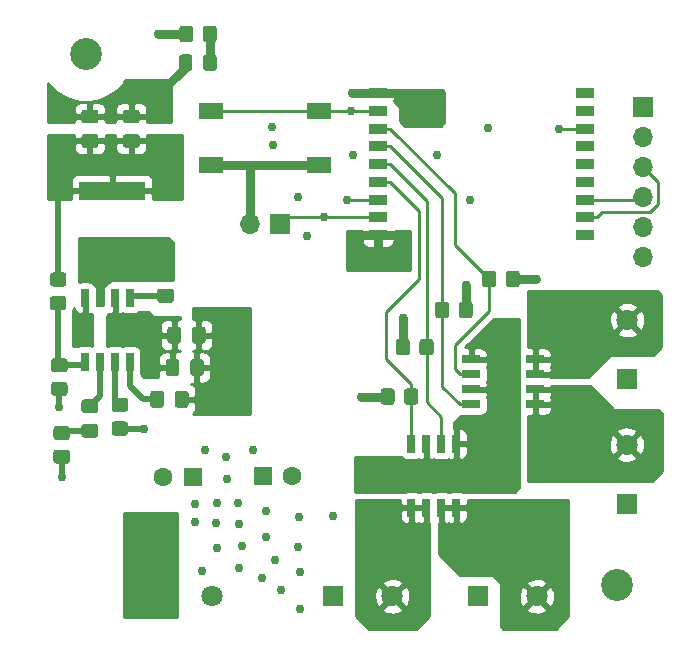
<source format=gtl>
G04 #@! TF.GenerationSoftware,KiCad,Pcbnew,(5.1.8-0-10_14)*
G04 #@! TF.CreationDate,2021-10-21T22:22:27-07:00*
G04 #@! TF.ProjectId,ESP8266_12v_Relay,45535038-3236-4365-9f31-32765f52656c,rev?*
G04 #@! TF.SameCoordinates,Original*
G04 #@! TF.FileFunction,Copper,L1,Top*
G04 #@! TF.FilePolarity,Positive*
%FSLAX46Y46*%
G04 Gerber Fmt 4.6, Leading zero omitted, Abs format (unit mm)*
G04 Created by KiCad (PCBNEW (5.1.8-0-10_14)) date 2021-10-21 22:22:27*
%MOMM*%
%LPD*%
G01*
G04 APERTURE LIST*
G04 #@! TA.AperFunction,SMDPad,CuDef*
%ADD10R,1.500000X0.900000*%
G04 #@! TD*
G04 #@! TA.AperFunction,WasherPad*
%ADD11C,2.700000*%
G04 #@! TD*
G04 #@! TA.AperFunction,ComponentPad*
%ADD12C,1.800000*%
G04 #@! TD*
G04 #@! TA.AperFunction,ComponentPad*
%ADD13R,1.800000X1.800000*%
G04 #@! TD*
G04 #@! TA.AperFunction,ComponentPad*
%ADD14O,1.700000X1.700000*%
G04 #@! TD*
G04 #@! TA.AperFunction,ComponentPad*
%ADD15R,1.700000X1.700000*%
G04 #@! TD*
G04 #@! TA.AperFunction,SMDPad,CuDef*
%ADD16R,5.700000X1.600000*%
G04 #@! TD*
G04 #@! TA.AperFunction,SMDPad,CuDef*
%ADD17R,2.100000X1.400000*%
G04 #@! TD*
G04 #@! TA.AperFunction,SMDPad,CuDef*
%ADD18R,0.650000X1.500000*%
G04 #@! TD*
G04 #@! TA.AperFunction,ComponentPad*
%ADD19C,1.600000*%
G04 #@! TD*
G04 #@! TA.AperFunction,ComponentPad*
%ADD20R,1.600000X1.600000*%
G04 #@! TD*
G04 #@! TA.AperFunction,SMDPad,CuDef*
%ADD21R,1.525000X0.700000*%
G04 #@! TD*
G04 #@! TA.AperFunction,ViaPad*
%ADD22C,0.762000*%
G04 #@! TD*
G04 #@! TA.AperFunction,Conductor*
%ADD23C,0.508000*%
G04 #@! TD*
G04 #@! TA.AperFunction,Conductor*
%ADD24C,0.762000*%
G04 #@! TD*
G04 #@! TA.AperFunction,Conductor*
%ADD25C,0.254000*%
G04 #@! TD*
G04 #@! TA.AperFunction,Conductor*
%ADD26C,0.100000*%
G04 #@! TD*
G04 APERTURE END LIST*
D10*
X232537000Y-84065600D03*
X232537000Y-85565600D03*
X232537000Y-87065600D03*
X232537000Y-88565600D03*
X232537000Y-90065600D03*
X232537000Y-91565600D03*
X232537000Y-93065600D03*
X232537000Y-94565600D03*
X232537000Y-96065600D03*
X250037000Y-96065600D03*
X250037000Y-94565600D03*
X250037000Y-93065600D03*
X250037000Y-91565600D03*
X250037000Y-90065600D03*
X250037000Y-88565600D03*
X250037000Y-87065600D03*
X250037000Y-85565600D03*
X250037000Y-84065600D03*
D11*
X252730000Y-125730000D03*
G04 #@! TA.AperFunction,SMDPad,CuDef*
G36*
G01*
X208602600Y-86621200D02*
X207652600Y-86621200D01*
G75*
G02*
X207402600Y-86371200I0J250000D01*
G01*
X207402600Y-85696200D01*
G75*
G02*
X207652600Y-85446200I250000J0D01*
G01*
X208602600Y-85446200D01*
G75*
G02*
X208852600Y-85696200I0J-250000D01*
G01*
X208852600Y-86371200D01*
G75*
G02*
X208602600Y-86621200I-250000J0D01*
G01*
G37*
G04 #@! TD.AperFunction*
G04 #@! TA.AperFunction,SMDPad,CuDef*
G36*
G01*
X208602600Y-88696200D02*
X207652600Y-88696200D01*
G75*
G02*
X207402600Y-88446200I0J250000D01*
G01*
X207402600Y-87771200D01*
G75*
G02*
X207652600Y-87521200I250000J0D01*
G01*
X208602600Y-87521200D01*
G75*
G02*
X208852600Y-87771200I0J-250000D01*
G01*
X208852600Y-88446200D01*
G75*
G02*
X208602600Y-88696200I-250000J0D01*
G01*
G37*
G04 #@! TD.AperFunction*
G04 #@! TA.AperFunction,SMDPad,CuDef*
G36*
G01*
X215003400Y-101802600D02*
X214053400Y-101802600D01*
G75*
G02*
X213803400Y-101552600I0J250000D01*
G01*
X213803400Y-100877600D01*
G75*
G02*
X214053400Y-100627600I250000J0D01*
G01*
X215003400Y-100627600D01*
G75*
G02*
X215253400Y-100877600I0J-250000D01*
G01*
X215253400Y-101552600D01*
G75*
G02*
X215003400Y-101802600I-250000J0D01*
G01*
G37*
G04 #@! TD.AperFunction*
G04 #@! TA.AperFunction,SMDPad,CuDef*
G36*
G01*
X215003400Y-99727600D02*
X214053400Y-99727600D01*
G75*
G02*
X213803400Y-99477600I0J250000D01*
G01*
X213803400Y-98802600D01*
G75*
G02*
X214053400Y-98552600I250000J0D01*
G01*
X215003400Y-98552600D01*
G75*
G02*
X215253400Y-98802600I0J-250000D01*
G01*
X215253400Y-99477600D01*
G75*
G02*
X215003400Y-99727600I-250000J0D01*
G01*
G37*
G04 #@! TD.AperFunction*
G04 #@! TA.AperFunction,SMDPad,CuDef*
G36*
G01*
X216604000Y-107764600D02*
X216604000Y-106814600D01*
G75*
G02*
X216854000Y-106564600I250000J0D01*
G01*
X217529000Y-106564600D01*
G75*
G02*
X217779000Y-106814600I0J-250000D01*
G01*
X217779000Y-107764600D01*
G75*
G02*
X217529000Y-108014600I-250000J0D01*
G01*
X216854000Y-108014600D01*
G75*
G02*
X216604000Y-107764600I0J250000D01*
G01*
G37*
G04 #@! TD.AperFunction*
G04 #@! TA.AperFunction,SMDPad,CuDef*
G36*
G01*
X214529000Y-107764600D02*
X214529000Y-106814600D01*
G75*
G02*
X214779000Y-106564600I250000J0D01*
G01*
X215454000Y-106564600D01*
G75*
G02*
X215704000Y-106814600I0J-250000D01*
G01*
X215704000Y-107764600D01*
G75*
G02*
X215454000Y-108014600I-250000J0D01*
G01*
X214779000Y-108014600D01*
G75*
G02*
X214529000Y-107764600I0J250000D01*
G01*
G37*
G04 #@! TD.AperFunction*
G04 #@! TA.AperFunction,SMDPad,CuDef*
G36*
G01*
X215312500Y-110457000D02*
X215312500Y-109507000D01*
G75*
G02*
X215562500Y-109257000I250000J0D01*
G01*
X216237500Y-109257000D01*
G75*
G02*
X216487500Y-109507000I0J-250000D01*
G01*
X216487500Y-110457000D01*
G75*
G02*
X216237500Y-110707000I-250000J0D01*
G01*
X215562500Y-110707000D01*
G75*
G02*
X215312500Y-110457000I0J250000D01*
G01*
G37*
G04 #@! TD.AperFunction*
G04 #@! TA.AperFunction,SMDPad,CuDef*
G36*
G01*
X213237500Y-110457000D02*
X213237500Y-109507000D01*
G75*
G02*
X213487500Y-109257000I250000J0D01*
G01*
X214162500Y-109257000D01*
G75*
G02*
X214412500Y-109507000I0J-250000D01*
G01*
X214412500Y-110457000D01*
G75*
G02*
X214162500Y-110707000I-250000J0D01*
G01*
X213487500Y-110707000D01*
G75*
G02*
X213237500Y-110457000I0J250000D01*
G01*
G37*
G04 #@! TD.AperFunction*
G04 #@! TA.AperFunction,SMDPad,CuDef*
G36*
G01*
X207652600Y-109982600D02*
X208602600Y-109982600D01*
G75*
G02*
X208852600Y-110232600I0J-250000D01*
G01*
X208852600Y-110907600D01*
G75*
G02*
X208602600Y-111157600I-250000J0D01*
G01*
X207652600Y-111157600D01*
G75*
G02*
X207402600Y-110907600I0J250000D01*
G01*
X207402600Y-110232600D01*
G75*
G02*
X207652600Y-109982600I250000J0D01*
G01*
G37*
G04 #@! TD.AperFunction*
G04 #@! TA.AperFunction,SMDPad,CuDef*
G36*
G01*
X207652600Y-112057600D02*
X208602600Y-112057600D01*
G75*
G02*
X208852600Y-112307600I0J-250000D01*
G01*
X208852600Y-112982600D01*
G75*
G02*
X208602600Y-113232600I-250000J0D01*
G01*
X207652600Y-113232600D01*
G75*
G02*
X207402600Y-112982600I0J250000D01*
G01*
X207402600Y-112307600D01*
G75*
G02*
X207652600Y-112057600I250000J0D01*
G01*
G37*
G04 #@! TD.AperFunction*
D12*
X218440000Y-126644400D03*
D13*
X213440000Y-126644400D03*
D14*
X254965200Y-97942400D03*
X254965200Y-95402400D03*
X254965200Y-92862400D03*
X254965200Y-90322400D03*
X254965200Y-87782400D03*
D15*
X254965200Y-85242400D03*
D16*
X210007200Y-92336400D03*
X210007200Y-97036400D03*
G04 #@! TA.AperFunction,SMDPad,CuDef*
G36*
G01*
X204985199Y-101238000D02*
X205885201Y-101238000D01*
G75*
G02*
X206135200Y-101487999I0J-249999D01*
G01*
X206135200Y-102188001D01*
G75*
G02*
X205885201Y-102438000I-249999J0D01*
G01*
X204985199Y-102438000D01*
G75*
G02*
X204735200Y-102188001I0J249999D01*
G01*
X204735200Y-101487999D01*
G75*
G02*
X204985199Y-101238000I249999J0D01*
G01*
G37*
G04 #@! TD.AperFunction*
G04 #@! TA.AperFunction,SMDPad,CuDef*
G36*
G01*
X204985199Y-99238000D02*
X205885201Y-99238000D01*
G75*
G02*
X206135200Y-99487999I0J-249999D01*
G01*
X206135200Y-100188001D01*
G75*
G02*
X205885201Y-100438000I-249999J0D01*
G01*
X204985199Y-100438000D01*
G75*
G02*
X204735200Y-100188001I0J249999D01*
G01*
X204735200Y-99487999D01*
G75*
G02*
X204985199Y-99238000I249999J0D01*
G01*
G37*
G04 #@! TD.AperFunction*
G04 #@! TA.AperFunction,SMDPad,CuDef*
G36*
G01*
X205086799Y-108502400D02*
X205986801Y-108502400D01*
G75*
G02*
X206236800Y-108752399I0J-249999D01*
G01*
X206236800Y-109452401D01*
G75*
G02*
X205986801Y-109702400I-249999J0D01*
G01*
X205086799Y-109702400D01*
G75*
G02*
X204836800Y-109452401I0J249999D01*
G01*
X204836800Y-108752399D01*
G75*
G02*
X205086799Y-108502400I249999J0D01*
G01*
G37*
G04 #@! TD.AperFunction*
G04 #@! TA.AperFunction,SMDPad,CuDef*
G36*
G01*
X205086799Y-106502400D02*
X205986801Y-106502400D01*
G75*
G02*
X206236800Y-106752399I0J-249999D01*
G01*
X206236800Y-107452401D01*
G75*
G02*
X205986801Y-107702400I-249999J0D01*
G01*
X205086799Y-107702400D01*
G75*
G02*
X204836800Y-107452401I0J249999D01*
G01*
X204836800Y-106752399D01*
G75*
G02*
X205086799Y-106502400I249999J0D01*
G01*
G37*
G04 #@! TD.AperFunction*
G04 #@! TA.AperFunction,SMDPad,CuDef*
G36*
G01*
X211117601Y-113055200D02*
X210217599Y-113055200D01*
G75*
G02*
X209967600Y-112805201I0J249999D01*
G01*
X209967600Y-112105199D01*
G75*
G02*
X210217599Y-111855200I249999J0D01*
G01*
X211117601Y-111855200D01*
G75*
G02*
X211367600Y-112105199I0J-249999D01*
G01*
X211367600Y-112805201D01*
G75*
G02*
X211117601Y-113055200I-249999J0D01*
G01*
G37*
G04 #@! TD.AperFunction*
G04 #@! TA.AperFunction,SMDPad,CuDef*
G36*
G01*
X211117601Y-111055200D02*
X210217599Y-111055200D01*
G75*
G02*
X209967600Y-110805201I0J249999D01*
G01*
X209967600Y-110105199D01*
G75*
G02*
X210217599Y-109855200I249999J0D01*
G01*
X211117601Y-109855200D01*
G75*
G02*
X211367600Y-110105199I0J-249999D01*
G01*
X211367600Y-110805201D01*
G75*
G02*
X211117601Y-111055200I-249999J0D01*
G01*
G37*
G04 #@! TD.AperFunction*
G04 #@! TA.AperFunction,SMDPad,CuDef*
G36*
G01*
X205289999Y-114242800D02*
X206190001Y-114242800D01*
G75*
G02*
X206440000Y-114492799I0J-249999D01*
G01*
X206440000Y-115192801D01*
G75*
G02*
X206190001Y-115442800I-249999J0D01*
G01*
X205289999Y-115442800D01*
G75*
G02*
X205040000Y-115192801I0J249999D01*
G01*
X205040000Y-114492799D01*
G75*
G02*
X205289999Y-114242800I249999J0D01*
G01*
G37*
G04 #@! TD.AperFunction*
G04 #@! TA.AperFunction,SMDPad,CuDef*
G36*
G01*
X205289999Y-112242800D02*
X206190001Y-112242800D01*
G75*
G02*
X206440000Y-112492799I0J-249999D01*
G01*
X206440000Y-113192801D01*
G75*
G02*
X206190001Y-113442800I-249999J0D01*
G01*
X205289999Y-113442800D01*
G75*
G02*
X205040000Y-113192801I0J249999D01*
G01*
X205040000Y-112492799D01*
G75*
G02*
X205289999Y-112242800I249999J0D01*
G01*
G37*
G04 #@! TD.AperFunction*
D17*
X227511200Y-90108600D03*
X218411200Y-90108600D03*
X227511200Y-85608600D03*
X218411200Y-85608600D03*
D18*
X211531200Y-101389200D03*
X210261200Y-101389200D03*
X208991200Y-101389200D03*
X207721200Y-101389200D03*
X207721200Y-106789200D03*
X208991200Y-106789200D03*
X210261200Y-106789200D03*
X211531200Y-106789200D03*
G04 #@! TA.AperFunction,SMDPad,CuDef*
G36*
G01*
X212107800Y-86621200D02*
X211157800Y-86621200D01*
G75*
G02*
X210907800Y-86371200I0J250000D01*
G01*
X210907800Y-85696200D01*
G75*
G02*
X211157800Y-85446200I250000J0D01*
G01*
X212107800Y-85446200D01*
G75*
G02*
X212357800Y-85696200I0J-250000D01*
G01*
X212357800Y-86371200D01*
G75*
G02*
X212107800Y-86621200I-250000J0D01*
G01*
G37*
G04 #@! TD.AperFunction*
G04 #@! TA.AperFunction,SMDPad,CuDef*
G36*
G01*
X212107800Y-88696200D02*
X211157800Y-88696200D01*
G75*
G02*
X210907800Y-88446200I0J250000D01*
G01*
X210907800Y-87771200D01*
G75*
G02*
X211157800Y-87521200I250000J0D01*
G01*
X212107800Y-87521200D01*
G75*
G02*
X212357800Y-87771200I0J-250000D01*
G01*
X212357800Y-88446200D01*
G75*
G02*
X212107800Y-88696200I-250000J0D01*
G01*
G37*
G04 #@! TD.AperFunction*
G04 #@! TA.AperFunction,SMDPad,CuDef*
G36*
G01*
X214681400Y-105021400D02*
X214681400Y-104071400D01*
G75*
G02*
X214931400Y-103821400I250000J0D01*
G01*
X215606400Y-103821400D01*
G75*
G02*
X215856400Y-104071400I0J-250000D01*
G01*
X215856400Y-105021400D01*
G75*
G02*
X215606400Y-105271400I-250000J0D01*
G01*
X214931400Y-105271400D01*
G75*
G02*
X214681400Y-105021400I0J250000D01*
G01*
G37*
G04 #@! TD.AperFunction*
G04 #@! TA.AperFunction,SMDPad,CuDef*
G36*
G01*
X216756400Y-105021400D02*
X216756400Y-104071400D01*
G75*
G02*
X217006400Y-103821400I250000J0D01*
G01*
X217681400Y-103821400D01*
G75*
G02*
X217931400Y-104071400I0J-250000D01*
G01*
X217931400Y-105021400D01*
G75*
G02*
X217681400Y-105271400I-250000J0D01*
G01*
X217006400Y-105271400D01*
G75*
G02*
X216756400Y-105021400I0J250000D01*
G01*
G37*
G04 #@! TD.AperFunction*
D19*
X214314400Y-116586000D03*
D20*
X216814400Y-116586000D03*
X222747200Y-116433600D03*
D19*
X225247200Y-116433600D03*
D11*
X207772000Y-80772000D03*
D18*
X239141000Y-113759000D03*
X237871000Y-113759000D03*
X236601000Y-113759000D03*
X235331000Y-113759000D03*
X235331000Y-119159000D03*
X236601000Y-119159000D03*
X237871000Y-119159000D03*
X239141000Y-119159000D03*
D12*
X245969800Y-126669800D03*
D13*
X240969800Y-126669800D03*
X228727000Y-126669800D03*
D12*
X233727000Y-126669800D03*
G04 #@! TA.AperFunction,SMDPad,CuDef*
G36*
G01*
X235226400Y-105112399D02*
X235226400Y-106012401D01*
G75*
G02*
X234976401Y-106262400I-249999J0D01*
G01*
X234276399Y-106262400D01*
G75*
G02*
X234026400Y-106012401I0J249999D01*
G01*
X234026400Y-105112399D01*
G75*
G02*
X234276399Y-104862400I249999J0D01*
G01*
X234976401Y-104862400D01*
G75*
G02*
X235226400Y-105112399I0J-249999D01*
G01*
G37*
G04 #@! TD.AperFunction*
G04 #@! TA.AperFunction,SMDPad,CuDef*
G36*
G01*
X237226400Y-105112399D02*
X237226400Y-106012401D01*
G75*
G02*
X236976401Y-106262400I-249999J0D01*
G01*
X236276399Y-106262400D01*
G75*
G02*
X236026400Y-106012401I0J249999D01*
G01*
X236026400Y-105112399D01*
G75*
G02*
X236276399Y-104862400I249999J0D01*
G01*
X236976401Y-104862400D01*
G75*
G02*
X237226400Y-105112399I0J-249999D01*
G01*
G37*
G04 #@! TD.AperFunction*
G04 #@! TA.AperFunction,SMDPad,CuDef*
G36*
G01*
X235931000Y-109303399D02*
X235931000Y-110203401D01*
G75*
G02*
X235681001Y-110453400I-249999J0D01*
G01*
X234980999Y-110453400D01*
G75*
G02*
X234731000Y-110203401I0J249999D01*
G01*
X234731000Y-109303399D01*
G75*
G02*
X234980999Y-109053400I249999J0D01*
G01*
X235681001Y-109053400D01*
G75*
G02*
X235931000Y-109303399I0J-249999D01*
G01*
G37*
G04 #@! TD.AperFunction*
G04 #@! TA.AperFunction,SMDPad,CuDef*
G36*
G01*
X233931000Y-109303399D02*
X233931000Y-110203401D01*
G75*
G02*
X233681001Y-110453400I-249999J0D01*
G01*
X232980999Y-110453400D01*
G75*
G02*
X232731000Y-110203401I0J249999D01*
G01*
X232731000Y-109303399D01*
G75*
G02*
X232980999Y-109053400I249999J0D01*
G01*
X233681001Y-109053400D01*
G75*
G02*
X233931000Y-109303399I0J-249999D01*
G01*
G37*
G04 #@! TD.AperFunction*
D21*
X240416800Y-106578400D03*
X240416800Y-107848400D03*
X240416800Y-109118400D03*
X240416800Y-110388400D03*
X245840800Y-110388400D03*
X245840800Y-109118400D03*
X245840800Y-107848400D03*
X245840800Y-106578400D03*
D12*
X253619000Y-103280200D03*
D13*
X253619000Y-108280200D03*
X253593600Y-118821200D03*
D12*
X253593600Y-113821200D03*
D15*
X224205800Y-95148400D03*
D14*
X221665800Y-95148400D03*
G04 #@! TA.AperFunction,SMDPad,CuDef*
G36*
G01*
X243325600Y-100246601D02*
X243325600Y-99346599D01*
G75*
G02*
X243575599Y-99096600I249999J0D01*
G01*
X244275601Y-99096600D01*
G75*
G02*
X244525600Y-99346599I0J-249999D01*
G01*
X244525600Y-100246601D01*
G75*
G02*
X244275601Y-100496600I-249999J0D01*
G01*
X243575599Y-100496600D01*
G75*
G02*
X243325600Y-100246601I0J249999D01*
G01*
G37*
G04 #@! TD.AperFunction*
G04 #@! TA.AperFunction,SMDPad,CuDef*
G36*
G01*
X241325600Y-100246601D02*
X241325600Y-99346599D01*
G75*
G02*
X241575599Y-99096600I249999J0D01*
G01*
X242275601Y-99096600D01*
G75*
G02*
X242525600Y-99346599I0J-249999D01*
G01*
X242525600Y-100246601D01*
G75*
G02*
X242275601Y-100496600I-249999J0D01*
G01*
X241575599Y-100496600D01*
G75*
G02*
X241325600Y-100246601I0J249999D01*
G01*
G37*
G04 #@! TD.AperFunction*
G04 #@! TA.AperFunction,SMDPad,CuDef*
G36*
G01*
X237347200Y-102862801D02*
X237347200Y-101962799D01*
G75*
G02*
X237597199Y-101712800I249999J0D01*
G01*
X238297201Y-101712800D01*
G75*
G02*
X238547200Y-101962799I0J-249999D01*
G01*
X238547200Y-102862801D01*
G75*
G02*
X238297201Y-103112800I-249999J0D01*
G01*
X237597199Y-103112800D01*
G75*
G02*
X237347200Y-102862801I0J249999D01*
G01*
G37*
G04 #@! TD.AperFunction*
G04 #@! TA.AperFunction,SMDPad,CuDef*
G36*
G01*
X239347200Y-102862801D02*
X239347200Y-101962799D01*
G75*
G02*
X239597199Y-101712800I249999J0D01*
G01*
X240297201Y-101712800D01*
G75*
G02*
X240547200Y-101962799I0J-249999D01*
G01*
X240547200Y-102862801D01*
G75*
G02*
X240297201Y-103112800I-249999J0D01*
G01*
X239597199Y-103112800D01*
G75*
G02*
X239347200Y-102862801I0J249999D01*
G01*
G37*
G04 #@! TD.AperFunction*
G04 #@! TA.AperFunction,SMDPad,CuDef*
G36*
G01*
X215662600Y-81933201D02*
X215662600Y-81033199D01*
G75*
G02*
X215912599Y-80783200I249999J0D01*
G01*
X216562601Y-80783200D01*
G75*
G02*
X216812600Y-81033199I0J-249999D01*
G01*
X216812600Y-81933201D01*
G75*
G02*
X216562601Y-82183200I-249999J0D01*
G01*
X215912599Y-82183200D01*
G75*
G02*
X215662600Y-81933201I0J249999D01*
G01*
G37*
G04 #@! TD.AperFunction*
G04 #@! TA.AperFunction,SMDPad,CuDef*
G36*
G01*
X217712600Y-81933201D02*
X217712600Y-81033199D01*
G75*
G02*
X217962599Y-80783200I249999J0D01*
G01*
X218612601Y-80783200D01*
G75*
G02*
X218862600Y-81033199I0J-249999D01*
G01*
X218862600Y-81933201D01*
G75*
G02*
X218612601Y-82183200I-249999J0D01*
G01*
X217962599Y-82183200D01*
G75*
G02*
X217712600Y-81933201I0J249999D01*
G01*
G37*
G04 #@! TD.AperFunction*
G04 #@! TA.AperFunction,SMDPad,CuDef*
G36*
G01*
X215681000Y-79494801D02*
X215681000Y-78594799D01*
G75*
G02*
X215930999Y-78344800I249999J0D01*
G01*
X216631001Y-78344800D01*
G75*
G02*
X216881000Y-78594799I0J-249999D01*
G01*
X216881000Y-79494801D01*
G75*
G02*
X216631001Y-79744800I-249999J0D01*
G01*
X215930999Y-79744800D01*
G75*
G02*
X215681000Y-79494801I0J249999D01*
G01*
G37*
G04 #@! TD.AperFunction*
G04 #@! TA.AperFunction,SMDPad,CuDef*
G36*
G01*
X217681000Y-79494801D02*
X217681000Y-78594799D01*
G75*
G02*
X217930999Y-78344800I249999J0D01*
G01*
X218631001Y-78344800D01*
G75*
G02*
X218881000Y-78594799I0J-249999D01*
G01*
X218881000Y-79494801D01*
G75*
G02*
X218631001Y-79744800I-249999J0D01*
G01*
X217930999Y-79744800D01*
G75*
G02*
X217681000Y-79494801I0J249999D01*
G01*
G37*
G04 #@! TD.AperFunction*
D22*
X210007200Y-89966800D03*
X211328000Y-89966800D03*
X212598000Y-89916000D03*
X208686400Y-89966800D03*
X207365600Y-90017600D03*
X214020400Y-89916000D03*
X214071200Y-88239600D03*
X214223600Y-92303600D03*
X230331600Y-84069600D03*
X234793200Y-84069600D03*
X234797600Y-85496400D03*
X236270800Y-84074000D03*
X236270800Y-85471000D03*
X237515400Y-84353400D03*
X237490000Y-85521800D03*
X241833400Y-87045800D03*
X225771200Y-92878400D03*
X240334800Y-93141800D03*
X226517200Y-96113600D03*
X213918800Y-79044800D03*
X230530400Y-98577400D03*
X205536800Y-110642400D03*
X205740000Y-116535200D03*
X207416400Y-103428800D03*
X207365600Y-104698800D03*
X206146400Y-85953600D03*
X204927200Y-85953600D03*
X204927200Y-84531200D03*
X211632800Y-84124800D03*
X213918800Y-84124800D03*
X213969600Y-86004400D03*
X219913200Y-103479600D03*
X219862400Y-105054400D03*
X219811600Y-106883200D03*
X219710000Y-108407200D03*
X217982800Y-110032800D03*
X234994000Y-96069600D03*
X232550000Y-97879200D03*
X230253800Y-96065600D03*
X221651000Y-90108600D03*
X245897400Y-99796600D03*
X239947200Y-100285800D03*
X234626400Y-103079800D03*
X231038400Y-109753400D03*
X231343200Y-115544600D03*
X232918000Y-115544600D03*
X231267000Y-117221000D03*
X232867200Y-117170200D03*
X235204000Y-115824000D03*
X235153200Y-117271800D03*
X237109000Y-115824000D03*
X237058200Y-117297200D03*
X239014000Y-115722400D03*
X238988600Y-117271800D03*
X241122200Y-115646200D03*
X241198400Y-117271800D03*
X241096800Y-113715800D03*
X240385600Y-111937800D03*
X242443000Y-110286800D03*
X243636800Y-110312200D03*
X242366800Y-108559600D03*
X243687600Y-108534200D03*
X242341400Y-106832400D03*
X243789200Y-106705400D03*
X241173000Y-105029000D03*
X242773200Y-104978200D03*
X242773200Y-112191800D03*
X223596200Y-88468200D03*
X223570800Y-86944200D03*
X237507600Y-89273200D03*
X230432700Y-89277100D03*
X234010200Y-97307400D03*
X231038400Y-97332800D03*
X234543600Y-98526600D03*
X212734400Y-112455200D03*
X210210400Y-103428800D03*
X211480400Y-103428800D03*
X210159600Y-104851200D03*
X211480400Y-104851200D03*
X213156800Y-104140000D03*
X213156800Y-105562400D03*
X213156800Y-107086400D03*
X217017600Y-120370600D03*
X217043000Y-118821200D03*
X218846400Y-118795800D03*
X218821000Y-120472200D03*
X220649800Y-118795800D03*
X220776800Y-120573800D03*
X218897200Y-122580400D03*
X220980000Y-122428000D03*
X219735400Y-116687600D03*
X219684600Y-114884200D03*
X223012000Y-119456200D03*
X223012000Y-121615200D03*
X222656400Y-125120400D03*
X228727000Y-119862600D03*
X225806000Y-119964200D03*
X225882200Y-124612400D03*
X225882200Y-127711200D03*
X225780600Y-122453400D03*
X223799400Y-123571000D03*
X224332800Y-126161800D03*
X220751400Y-124282200D03*
X221919800Y-114249200D03*
X217855800Y-114300000D03*
X217601800Y-124536200D03*
X230215000Y-85608600D03*
X247858800Y-87065600D03*
X227963600Y-94565600D03*
X229895400Y-93065600D03*
X213918800Y-120624600D03*
X211836000Y-120650000D03*
X211455000Y-122174000D03*
X211480400Y-123571000D03*
X214782400Y-124637800D03*
X211531200Y-124841000D03*
D23*
X205435200Y-99838000D02*
X205435200Y-92710000D01*
D24*
X232550000Y-84069600D02*
X234793200Y-84069600D01*
X232550000Y-84069600D02*
X230331600Y-84069600D01*
X230331600Y-84069600D02*
X230331600Y-84069600D01*
X234793200Y-84069600D02*
X234793200Y-84069600D01*
X230331600Y-84069600D02*
X230331600Y-84069600D01*
X234793200Y-84069600D02*
X234793200Y-84069600D01*
X216281000Y-79044800D02*
X213918800Y-79044800D01*
X213918800Y-79044800D02*
X213918800Y-79044800D01*
D23*
X205536800Y-109102400D02*
X205536800Y-110642400D01*
X205536800Y-110642400D02*
X205536800Y-110642400D01*
X205740000Y-114842800D02*
X205740000Y-116535200D01*
X205740000Y-116535200D02*
X205740000Y-116535200D01*
D24*
X232550000Y-96069600D02*
X234994000Y-96069600D01*
X232550000Y-96069600D02*
X232550000Y-97879200D01*
X234994000Y-96069600D02*
X234994000Y-96069600D01*
X232550000Y-97879200D02*
X232550000Y-97879200D01*
X234994000Y-96069600D02*
X234994000Y-96069600D01*
X232550000Y-97879200D02*
X232550000Y-97879200D01*
X232537000Y-96065600D02*
X230253800Y-96065600D01*
X230253800Y-96065600D02*
X230253800Y-96065600D01*
X221665800Y-95148400D02*
X221665800Y-90195400D01*
X221579000Y-90108600D02*
X221651000Y-90108600D01*
X221665800Y-90195400D02*
X221579000Y-90108600D01*
X218411200Y-90108600D02*
X221579000Y-90108600D01*
X221651000Y-90108600D02*
X227511200Y-90108600D01*
X234626400Y-105562400D02*
X234626400Y-103079800D01*
X239947200Y-102412800D02*
X239947200Y-100285800D01*
X233331000Y-109753400D02*
X231038400Y-109753400D01*
X243925600Y-99796600D02*
X245897400Y-99796600D01*
X245897400Y-99796600D02*
X245897400Y-99796600D01*
X239947200Y-100285800D02*
X239947200Y-100285800D01*
X234626400Y-103079800D02*
X234626400Y-103079800D01*
X231038400Y-109753400D02*
X231038400Y-109753400D01*
X216237600Y-81806000D02*
X213918800Y-84124800D01*
X216237600Y-81483200D02*
X216237600Y-81806000D01*
D23*
X210667600Y-112455200D02*
X212734400Y-112455200D01*
X212734400Y-112455200D02*
X212734400Y-112455200D01*
X205937700Y-112645100D02*
X205740000Y-112842800D01*
X208127600Y-112645100D02*
X205937700Y-112645100D01*
D25*
X232411200Y-85430800D02*
X232550000Y-85569600D01*
X218411200Y-85608600D02*
X227511200Y-85608600D01*
X232494000Y-85608600D02*
X232537000Y-85565600D01*
X227511200Y-85608600D02*
X230215000Y-85608600D01*
X230215000Y-85608600D02*
X232494000Y-85608600D01*
X254758000Y-93069600D02*
X254965200Y-92862400D01*
X250050000Y-93069600D02*
X254758000Y-93069600D01*
X256235200Y-93414282D02*
X256235200Y-91592400D01*
X251491200Y-94132400D02*
X255517082Y-94132400D01*
X255517082Y-94132400D02*
X256235200Y-93414282D01*
X256235200Y-91592400D02*
X254965200Y-90322400D01*
X251054000Y-94569600D02*
X251491200Y-94132400D01*
X250050000Y-94569600D02*
X251054000Y-94569600D01*
D23*
X211705300Y-101215100D02*
X211531200Y-101389200D01*
X214528400Y-101215100D02*
X211705300Y-101215100D01*
X213825000Y-109982000D02*
X212648800Y-109982000D01*
X211531200Y-108864400D02*
X211531200Y-106789200D01*
X212648800Y-109982000D02*
X211531200Y-108864400D01*
X208991200Y-109706500D02*
X208991200Y-106789200D01*
X208127600Y-110570100D02*
X208991200Y-109706500D01*
X205435200Y-107000800D02*
X205536800Y-107102400D01*
X205435200Y-101838000D02*
X205435200Y-107000800D01*
X207408000Y-107102400D02*
X207721200Y-106789200D01*
X205536800Y-107102400D02*
X207408000Y-107102400D01*
X210261200Y-110048800D02*
X210667600Y-110455200D01*
X210261200Y-106789200D02*
X210261200Y-110048800D01*
D25*
X232552600Y-91567000D02*
X232550000Y-91569600D01*
X235331000Y-113759000D02*
X235331000Y-109753400D01*
X233541000Y-91565600D02*
X232537000Y-91565600D01*
X236010001Y-94034601D02*
X233541000Y-91565600D01*
X236010001Y-99777999D02*
X236010001Y-94034601D01*
X233197400Y-106527600D02*
X233197400Y-102590600D01*
X233197400Y-102590600D02*
X236010001Y-99777999D01*
X235331000Y-108661200D02*
X233197400Y-106527600D01*
X235331000Y-109753400D02*
X235331000Y-108661200D01*
X232537000Y-90065600D02*
X233541000Y-90065600D01*
X236626400Y-93151000D02*
X234005600Y-90530200D01*
X236626400Y-105562400D02*
X236626400Y-93151000D01*
X233541000Y-90065600D02*
X234005600Y-90530200D01*
X236626400Y-110210600D02*
X236626400Y-105562400D01*
X237871000Y-111455200D02*
X236626400Y-110210600D01*
X237871000Y-113759000D02*
X237871000Y-111455200D01*
X250037000Y-87065600D02*
X247858800Y-87065600D01*
X247858800Y-87065600D02*
X247858800Y-87065600D01*
X224788600Y-94565600D02*
X227963600Y-94565600D01*
X224205800Y-95148400D02*
X224788600Y-94565600D01*
X227963600Y-94565600D02*
X232537000Y-94565600D01*
X237947200Y-108904302D02*
X239431298Y-110388400D01*
X233541000Y-88565600D02*
X237947200Y-92971800D01*
X239431298Y-110388400D02*
X240416800Y-110388400D01*
X232537000Y-88565600D02*
X233541000Y-88565600D01*
X237947200Y-108904302D02*
X237947200Y-102412800D01*
X237947200Y-102412800D02*
X237947200Y-92971800D01*
X233541000Y-87065600D02*
X239019299Y-92543899D01*
X232537000Y-87065600D02*
X233541000Y-87065600D01*
X239019299Y-96890299D02*
X241925600Y-99796600D01*
X239019299Y-92543899D02*
X239019299Y-96890299D01*
X239431298Y-107848400D02*
X240416800Y-107848400D01*
X239019299Y-107436401D02*
X239431298Y-107848400D01*
X239019299Y-105392297D02*
X239019299Y-107436401D01*
X241925600Y-102485996D02*
X239019299Y-105392297D01*
X241925600Y-99796600D02*
X241925600Y-102485996D01*
X232537000Y-93065600D02*
X229895400Y-93065600D01*
X229895400Y-93065600D02*
X229895400Y-93065600D01*
D24*
X249982400Y-84069600D02*
X249978000Y-84074000D01*
X250050000Y-84069600D02*
X249982400Y-84069600D01*
X218287600Y-79051400D02*
X218281000Y-79044800D01*
X218287600Y-81483200D02*
X218287600Y-79051400D01*
D25*
X215163400Y-96674206D02*
X215163400Y-99898200D01*
X209956400Y-99898200D01*
X209931624Y-99900640D01*
X209907799Y-99907867D01*
X209885843Y-99919603D01*
X209866597Y-99935397D01*
X209778542Y-100023452D01*
X209692020Y-100049698D01*
X209581706Y-100108663D01*
X209485015Y-100188015D01*
X209405663Y-100284706D01*
X209346698Y-100395020D01*
X209320452Y-100481542D01*
X209256997Y-100544997D01*
X209241203Y-100564243D01*
X209229467Y-100586199D01*
X209222240Y-100610024D01*
X209219800Y-100634800D01*
X209219800Y-102031800D01*
X208762600Y-102031800D01*
X208762600Y-100584000D01*
X208760160Y-100559224D01*
X208752933Y-100535399D01*
X208741197Y-100513443D01*
X208725403Y-100494197D01*
X208706157Y-100478403D01*
X208684201Y-100466667D01*
X208660376Y-100459440D01*
X208655086Y-100458919D01*
X208635702Y-100395020D01*
X208576737Y-100284706D01*
X208497385Y-100188015D01*
X208400694Y-100108663D01*
X208290380Y-100049698D01*
X208170682Y-100013388D01*
X208046200Y-100001128D01*
X207396200Y-100001128D01*
X207271718Y-100013388D01*
X207187800Y-100038844D01*
X207187800Y-96291400D01*
X214780594Y-96291400D01*
X215163400Y-96674206D01*
G04 #@! TA.AperFunction,Conductor*
D26*
G36*
X215163400Y-96674206D02*
G01*
X215163400Y-99898200D01*
X209956400Y-99898200D01*
X209931624Y-99900640D01*
X209907799Y-99907867D01*
X209885843Y-99919603D01*
X209866597Y-99935397D01*
X209778542Y-100023452D01*
X209692020Y-100049698D01*
X209581706Y-100108663D01*
X209485015Y-100188015D01*
X209405663Y-100284706D01*
X209346698Y-100395020D01*
X209320452Y-100481542D01*
X209256997Y-100544997D01*
X209241203Y-100564243D01*
X209229467Y-100586199D01*
X209222240Y-100610024D01*
X209219800Y-100634800D01*
X209219800Y-102031800D01*
X208762600Y-102031800D01*
X208762600Y-100584000D01*
X208760160Y-100559224D01*
X208752933Y-100535399D01*
X208741197Y-100513443D01*
X208725403Y-100494197D01*
X208706157Y-100478403D01*
X208684201Y-100466667D01*
X208660376Y-100459440D01*
X208655086Y-100458919D01*
X208635702Y-100395020D01*
X208576737Y-100284706D01*
X208497385Y-100188015D01*
X208400694Y-100108663D01*
X208290380Y-100049698D01*
X208170682Y-100013388D01*
X208046200Y-100001128D01*
X207396200Y-100001128D01*
X207271718Y-100013388D01*
X207187800Y-100038844D01*
X207187800Y-96291400D01*
X214780594Y-96291400D01*
X215163400Y-96674206D01*
G37*
G04 #@! TD.AperFunction*
D25*
X210388200Y-101262200D02*
X210408200Y-101262200D01*
X210408200Y-101516200D01*
X210388200Y-101516200D01*
X210388200Y-102615450D01*
X210546950Y-102774200D01*
X210586200Y-102777272D01*
X210710682Y-102765012D01*
X210830380Y-102728702D01*
X210896200Y-102693520D01*
X210962020Y-102728702D01*
X211081718Y-102765012D01*
X211206200Y-102777272D01*
X211856200Y-102777272D01*
X211980682Y-102765012D01*
X212100380Y-102728702D01*
X212210694Y-102669737D01*
X212307123Y-102590600D01*
X213053394Y-102590600D01*
X213473397Y-103010603D01*
X213492643Y-103026397D01*
X213514599Y-103038133D01*
X213538424Y-103045360D01*
X213563200Y-103047800D01*
X215773000Y-103047800D01*
X215773000Y-103184177D01*
X215554650Y-103186400D01*
X215395900Y-103345150D01*
X215395900Y-104419400D01*
X215415900Y-104419400D01*
X215415900Y-104673400D01*
X215395900Y-104673400D01*
X215395900Y-105747650D01*
X215554650Y-105906400D01*
X215773000Y-105908623D01*
X215773000Y-105933324D01*
X215704000Y-105926528D01*
X215402250Y-105929600D01*
X215243500Y-106088350D01*
X215243500Y-107162600D01*
X215263500Y-107162600D01*
X215263500Y-107416600D01*
X215243500Y-107416600D01*
X215243500Y-107436600D01*
X214989500Y-107436600D01*
X214989500Y-107416600D01*
X214052750Y-107416600D01*
X213894000Y-107575350D01*
X213890928Y-108014600D01*
X213897074Y-108077000D01*
X212701406Y-108077000D01*
X212471000Y-107846594D01*
X212471000Y-107699984D01*
X212482012Y-107663682D01*
X212494272Y-107539200D01*
X212494272Y-106564600D01*
X213890928Y-106564600D01*
X213894000Y-107003850D01*
X214052750Y-107162600D01*
X214989500Y-107162600D01*
X214989500Y-106088350D01*
X214830750Y-105929600D01*
X214529000Y-105926528D01*
X214404518Y-105938788D01*
X214284820Y-105975098D01*
X214174506Y-106034063D01*
X214077815Y-106113415D01*
X213998463Y-106210106D01*
X213939498Y-106320420D01*
X213903188Y-106440118D01*
X213890928Y-106564600D01*
X212494272Y-106564600D01*
X212494272Y-106039200D01*
X212482012Y-105914718D01*
X212445702Y-105795020D01*
X212386737Y-105684706D01*
X212307385Y-105588015D01*
X212210694Y-105508663D01*
X212100380Y-105449698D01*
X211980682Y-105413388D01*
X211856200Y-105401128D01*
X211206200Y-105401128D01*
X211081718Y-105413388D01*
X210962020Y-105449698D01*
X210896200Y-105484880D01*
X210830380Y-105449698D01*
X210710682Y-105413388D01*
X210586200Y-105401128D01*
X209936200Y-105401128D01*
X209811718Y-105413388D01*
X209692020Y-105449698D01*
X209626200Y-105484880D01*
X209575400Y-105457726D01*
X209575400Y-105271400D01*
X214043328Y-105271400D01*
X214055588Y-105395882D01*
X214091898Y-105515580D01*
X214150863Y-105625894D01*
X214230215Y-105722585D01*
X214326906Y-105801937D01*
X214437220Y-105860902D01*
X214556918Y-105897212D01*
X214681400Y-105909472D01*
X214983150Y-105906400D01*
X215141900Y-105747650D01*
X215141900Y-104673400D01*
X214205150Y-104673400D01*
X214046400Y-104832150D01*
X214043328Y-105271400D01*
X209575400Y-105271400D01*
X209575400Y-103821400D01*
X214043328Y-103821400D01*
X214046400Y-104260650D01*
X214205150Y-104419400D01*
X215141900Y-104419400D01*
X215141900Y-103345150D01*
X214983150Y-103186400D01*
X214681400Y-103183328D01*
X214556918Y-103195588D01*
X214437220Y-103231898D01*
X214326906Y-103290863D01*
X214230215Y-103370215D01*
X214150863Y-103466906D01*
X214091898Y-103577220D01*
X214055588Y-103696918D01*
X214043328Y-103821400D01*
X209575400Y-103821400D01*
X209575400Y-102922606D01*
X209751317Y-102746689D01*
X209811718Y-102765012D01*
X209936200Y-102777272D01*
X209975450Y-102774200D01*
X210134200Y-102615450D01*
X210134200Y-101516200D01*
X210114200Y-101516200D01*
X210114200Y-101262200D01*
X210134200Y-101262200D01*
X210134200Y-101242200D01*
X210388200Y-101242200D01*
X210388200Y-101262200D01*
G04 #@! TA.AperFunction,Conductor*
D26*
G36*
X210388200Y-101262200D02*
G01*
X210408200Y-101262200D01*
X210408200Y-101516200D01*
X210388200Y-101516200D01*
X210388200Y-102615450D01*
X210546950Y-102774200D01*
X210586200Y-102777272D01*
X210710682Y-102765012D01*
X210830380Y-102728702D01*
X210896200Y-102693520D01*
X210962020Y-102728702D01*
X211081718Y-102765012D01*
X211206200Y-102777272D01*
X211856200Y-102777272D01*
X211980682Y-102765012D01*
X212100380Y-102728702D01*
X212210694Y-102669737D01*
X212307123Y-102590600D01*
X213053394Y-102590600D01*
X213473397Y-103010603D01*
X213492643Y-103026397D01*
X213514599Y-103038133D01*
X213538424Y-103045360D01*
X213563200Y-103047800D01*
X215773000Y-103047800D01*
X215773000Y-103184177D01*
X215554650Y-103186400D01*
X215395900Y-103345150D01*
X215395900Y-104419400D01*
X215415900Y-104419400D01*
X215415900Y-104673400D01*
X215395900Y-104673400D01*
X215395900Y-105747650D01*
X215554650Y-105906400D01*
X215773000Y-105908623D01*
X215773000Y-105933324D01*
X215704000Y-105926528D01*
X215402250Y-105929600D01*
X215243500Y-106088350D01*
X215243500Y-107162600D01*
X215263500Y-107162600D01*
X215263500Y-107416600D01*
X215243500Y-107416600D01*
X215243500Y-107436600D01*
X214989500Y-107436600D01*
X214989500Y-107416600D01*
X214052750Y-107416600D01*
X213894000Y-107575350D01*
X213890928Y-108014600D01*
X213897074Y-108077000D01*
X212701406Y-108077000D01*
X212471000Y-107846594D01*
X212471000Y-107699984D01*
X212482012Y-107663682D01*
X212494272Y-107539200D01*
X212494272Y-106564600D01*
X213890928Y-106564600D01*
X213894000Y-107003850D01*
X214052750Y-107162600D01*
X214989500Y-107162600D01*
X214989500Y-106088350D01*
X214830750Y-105929600D01*
X214529000Y-105926528D01*
X214404518Y-105938788D01*
X214284820Y-105975098D01*
X214174506Y-106034063D01*
X214077815Y-106113415D01*
X213998463Y-106210106D01*
X213939498Y-106320420D01*
X213903188Y-106440118D01*
X213890928Y-106564600D01*
X212494272Y-106564600D01*
X212494272Y-106039200D01*
X212482012Y-105914718D01*
X212445702Y-105795020D01*
X212386737Y-105684706D01*
X212307385Y-105588015D01*
X212210694Y-105508663D01*
X212100380Y-105449698D01*
X211980682Y-105413388D01*
X211856200Y-105401128D01*
X211206200Y-105401128D01*
X211081718Y-105413388D01*
X210962020Y-105449698D01*
X210896200Y-105484880D01*
X210830380Y-105449698D01*
X210710682Y-105413388D01*
X210586200Y-105401128D01*
X209936200Y-105401128D01*
X209811718Y-105413388D01*
X209692020Y-105449698D01*
X209626200Y-105484880D01*
X209575400Y-105457726D01*
X209575400Y-105271400D01*
X214043328Y-105271400D01*
X214055588Y-105395882D01*
X214091898Y-105515580D01*
X214150863Y-105625894D01*
X214230215Y-105722585D01*
X214326906Y-105801937D01*
X214437220Y-105860902D01*
X214556918Y-105897212D01*
X214681400Y-105909472D01*
X214983150Y-105906400D01*
X215141900Y-105747650D01*
X215141900Y-104673400D01*
X214205150Y-104673400D01*
X214046400Y-104832150D01*
X214043328Y-105271400D01*
X209575400Y-105271400D01*
X209575400Y-103821400D01*
X214043328Y-103821400D01*
X214046400Y-104260650D01*
X214205150Y-104419400D01*
X215141900Y-104419400D01*
X215141900Y-103345150D01*
X214983150Y-103186400D01*
X214681400Y-103183328D01*
X214556918Y-103195588D01*
X214437220Y-103231898D01*
X214326906Y-103290863D01*
X214230215Y-103370215D01*
X214150863Y-103466906D01*
X214091898Y-103577220D01*
X214055588Y-103696918D01*
X214043328Y-103821400D01*
X209575400Y-103821400D01*
X209575400Y-102922606D01*
X209751317Y-102746689D01*
X209811718Y-102765012D01*
X209936200Y-102777272D01*
X209975450Y-102774200D01*
X210134200Y-102615450D01*
X210134200Y-101516200D01*
X210114200Y-101516200D01*
X210114200Y-101262200D01*
X210134200Y-101262200D01*
X210134200Y-101242200D01*
X210388200Y-101242200D01*
X210388200Y-101262200D01*
G37*
G04 #@! TD.AperFunction*
D25*
X207848200Y-101262200D02*
X207868200Y-101262200D01*
X207868200Y-101516200D01*
X207848200Y-101516200D01*
X207848200Y-102615450D01*
X208006950Y-102774200D01*
X208046200Y-102777272D01*
X208170682Y-102765012D01*
X208290380Y-102728702D01*
X208305400Y-102720674D01*
X208305400Y-105457726D01*
X208290380Y-105449698D01*
X208170682Y-105413388D01*
X208046200Y-105401128D01*
X207396200Y-105401128D01*
X207271718Y-105413388D01*
X207152020Y-105449698D01*
X207083731Y-105486200D01*
X206679800Y-105486200D01*
X206679800Y-102576254D01*
X206705672Y-102527851D01*
X206756208Y-102361255D01*
X206768103Y-102240482D01*
X206770388Y-102263682D01*
X206806698Y-102383380D01*
X206865663Y-102493694D01*
X206945015Y-102590385D01*
X207041706Y-102669737D01*
X207152020Y-102728702D01*
X207271718Y-102765012D01*
X207396200Y-102777272D01*
X207435450Y-102774200D01*
X207594200Y-102615450D01*
X207594200Y-101516200D01*
X207574200Y-101516200D01*
X207574200Y-101262200D01*
X207594200Y-101262200D01*
X207594200Y-101242200D01*
X207848200Y-101242200D01*
X207848200Y-101262200D01*
G04 #@! TA.AperFunction,Conductor*
D26*
G36*
X207848200Y-101262200D02*
G01*
X207868200Y-101262200D01*
X207868200Y-101516200D01*
X207848200Y-101516200D01*
X207848200Y-102615450D01*
X208006950Y-102774200D01*
X208046200Y-102777272D01*
X208170682Y-102765012D01*
X208290380Y-102728702D01*
X208305400Y-102720674D01*
X208305400Y-105457726D01*
X208290380Y-105449698D01*
X208170682Y-105413388D01*
X208046200Y-105401128D01*
X207396200Y-105401128D01*
X207271718Y-105413388D01*
X207152020Y-105449698D01*
X207083731Y-105486200D01*
X206679800Y-105486200D01*
X206679800Y-102576254D01*
X206705672Y-102527851D01*
X206756208Y-102361255D01*
X206768103Y-102240482D01*
X206770388Y-102263682D01*
X206806698Y-102383380D01*
X206865663Y-102493694D01*
X206945015Y-102590385D01*
X207041706Y-102669737D01*
X207152020Y-102728702D01*
X207271718Y-102765012D01*
X207396200Y-102777272D01*
X207435450Y-102774200D01*
X207594200Y-102615450D01*
X207594200Y-101516200D01*
X207574200Y-101516200D01*
X207574200Y-101262200D01*
X207594200Y-101262200D01*
X207594200Y-101242200D01*
X207848200Y-101242200D01*
X207848200Y-101262200D01*
G37*
G04 #@! TD.AperFunction*
D25*
X221716600Y-111226600D02*
X216855321Y-111226600D01*
X216938685Y-111158185D01*
X217018037Y-111061494D01*
X217077002Y-110951180D01*
X217113312Y-110831482D01*
X217125572Y-110707000D01*
X217122500Y-110267750D01*
X216963750Y-110109000D01*
X216027000Y-110109000D01*
X216027000Y-110129000D01*
X215773000Y-110129000D01*
X215773000Y-110109000D01*
X215753000Y-110109000D01*
X215753000Y-109855000D01*
X215773000Y-109855000D01*
X215773000Y-109835000D01*
X216027000Y-109835000D01*
X216027000Y-109855000D01*
X216963750Y-109855000D01*
X217122500Y-109696250D01*
X217125572Y-109257000D01*
X217113312Y-109132518D01*
X217077002Y-109012820D01*
X217018037Y-108902506D01*
X216938685Y-108805815D01*
X216841994Y-108726463D01*
X216731680Y-108667498D01*
X216680246Y-108651896D01*
X216905750Y-108649600D01*
X217064500Y-108490850D01*
X217064500Y-107416600D01*
X217318500Y-107416600D01*
X217318500Y-108490850D01*
X217477250Y-108649600D01*
X217779000Y-108652672D01*
X217903482Y-108640412D01*
X218023180Y-108604102D01*
X218133494Y-108545137D01*
X218230185Y-108465785D01*
X218309537Y-108369094D01*
X218368502Y-108258780D01*
X218404812Y-108139082D01*
X218417072Y-108014600D01*
X218414000Y-107575350D01*
X218255250Y-107416600D01*
X217318500Y-107416600D01*
X217064500Y-107416600D01*
X217044500Y-107416600D01*
X217044500Y-107162600D01*
X217064500Y-107162600D01*
X217064500Y-106088350D01*
X217318500Y-106088350D01*
X217318500Y-107162600D01*
X218255250Y-107162600D01*
X218414000Y-107003850D01*
X218417072Y-106564600D01*
X218404812Y-106440118D01*
X218368502Y-106320420D01*
X218309537Y-106210106D01*
X218230185Y-106113415D01*
X218133494Y-106034063D01*
X218023180Y-105975098D01*
X217903482Y-105938788D01*
X217779000Y-105926528D01*
X217477250Y-105929600D01*
X217318500Y-106088350D01*
X217064500Y-106088350D01*
X216905750Y-105929600D01*
X216839800Y-105928929D01*
X216839800Y-105908623D01*
X217058150Y-105906400D01*
X217216900Y-105747650D01*
X217216900Y-104673400D01*
X217470900Y-104673400D01*
X217470900Y-105747650D01*
X217629650Y-105906400D01*
X217931400Y-105909472D01*
X218055882Y-105897212D01*
X218175580Y-105860902D01*
X218285894Y-105801937D01*
X218382585Y-105722585D01*
X218461937Y-105625894D01*
X218520902Y-105515580D01*
X218557212Y-105395882D01*
X218569472Y-105271400D01*
X218566400Y-104832150D01*
X218407650Y-104673400D01*
X217470900Y-104673400D01*
X217216900Y-104673400D01*
X217196900Y-104673400D01*
X217196900Y-104419400D01*
X217216900Y-104419400D01*
X217216900Y-103345150D01*
X217470900Y-103345150D01*
X217470900Y-104419400D01*
X218407650Y-104419400D01*
X218566400Y-104260650D01*
X218569472Y-103821400D01*
X218557212Y-103696918D01*
X218520902Y-103577220D01*
X218461937Y-103466906D01*
X218382585Y-103370215D01*
X218285894Y-103290863D01*
X218175580Y-103231898D01*
X218055882Y-103195588D01*
X217931400Y-103183328D01*
X217629650Y-103186400D01*
X217470900Y-103345150D01*
X217216900Y-103345150D01*
X217058150Y-103186400D01*
X216839800Y-103184177D01*
X216839800Y-102285800D01*
X221716600Y-102285800D01*
X221716600Y-111226600D01*
G04 #@! TA.AperFunction,Conductor*
D26*
G36*
X221716600Y-111226600D02*
G01*
X216855321Y-111226600D01*
X216938685Y-111158185D01*
X217018037Y-111061494D01*
X217077002Y-110951180D01*
X217113312Y-110831482D01*
X217125572Y-110707000D01*
X217122500Y-110267750D01*
X216963750Y-110109000D01*
X216027000Y-110109000D01*
X216027000Y-110129000D01*
X215773000Y-110129000D01*
X215773000Y-110109000D01*
X215753000Y-110109000D01*
X215753000Y-109855000D01*
X215773000Y-109855000D01*
X215773000Y-109835000D01*
X216027000Y-109835000D01*
X216027000Y-109855000D01*
X216963750Y-109855000D01*
X217122500Y-109696250D01*
X217125572Y-109257000D01*
X217113312Y-109132518D01*
X217077002Y-109012820D01*
X217018037Y-108902506D01*
X216938685Y-108805815D01*
X216841994Y-108726463D01*
X216731680Y-108667498D01*
X216680246Y-108651896D01*
X216905750Y-108649600D01*
X217064500Y-108490850D01*
X217064500Y-107416600D01*
X217318500Y-107416600D01*
X217318500Y-108490850D01*
X217477250Y-108649600D01*
X217779000Y-108652672D01*
X217903482Y-108640412D01*
X218023180Y-108604102D01*
X218133494Y-108545137D01*
X218230185Y-108465785D01*
X218309537Y-108369094D01*
X218368502Y-108258780D01*
X218404812Y-108139082D01*
X218417072Y-108014600D01*
X218414000Y-107575350D01*
X218255250Y-107416600D01*
X217318500Y-107416600D01*
X217064500Y-107416600D01*
X217044500Y-107416600D01*
X217044500Y-107162600D01*
X217064500Y-107162600D01*
X217064500Y-106088350D01*
X217318500Y-106088350D01*
X217318500Y-107162600D01*
X218255250Y-107162600D01*
X218414000Y-107003850D01*
X218417072Y-106564600D01*
X218404812Y-106440118D01*
X218368502Y-106320420D01*
X218309537Y-106210106D01*
X218230185Y-106113415D01*
X218133494Y-106034063D01*
X218023180Y-105975098D01*
X217903482Y-105938788D01*
X217779000Y-105926528D01*
X217477250Y-105929600D01*
X217318500Y-106088350D01*
X217064500Y-106088350D01*
X216905750Y-105929600D01*
X216839800Y-105928929D01*
X216839800Y-105908623D01*
X217058150Y-105906400D01*
X217216900Y-105747650D01*
X217216900Y-104673400D01*
X217470900Y-104673400D01*
X217470900Y-105747650D01*
X217629650Y-105906400D01*
X217931400Y-105909472D01*
X218055882Y-105897212D01*
X218175580Y-105860902D01*
X218285894Y-105801937D01*
X218382585Y-105722585D01*
X218461937Y-105625894D01*
X218520902Y-105515580D01*
X218557212Y-105395882D01*
X218569472Y-105271400D01*
X218566400Y-104832150D01*
X218407650Y-104673400D01*
X217470900Y-104673400D01*
X217216900Y-104673400D01*
X217196900Y-104673400D01*
X217196900Y-104419400D01*
X217216900Y-104419400D01*
X217216900Y-103345150D01*
X217470900Y-103345150D01*
X217470900Y-104419400D01*
X218407650Y-104419400D01*
X218566400Y-104260650D01*
X218569472Y-103821400D01*
X218557212Y-103696918D01*
X218520902Y-103577220D01*
X218461937Y-103466906D01*
X218382585Y-103370215D01*
X218285894Y-103290863D01*
X218175580Y-103231898D01*
X218055882Y-103195588D01*
X217931400Y-103183328D01*
X217629650Y-103186400D01*
X217470900Y-103345150D01*
X217216900Y-103345150D01*
X217058150Y-103186400D01*
X216839800Y-103184177D01*
X216839800Y-102285800D01*
X221716600Y-102285800D01*
X221716600Y-111226600D01*
G37*
G04 #@! TD.AperFunction*
D25*
X215011000Y-86537800D02*
X212995023Y-86537800D01*
X212992800Y-86319450D01*
X212834050Y-86160700D01*
X211759800Y-86160700D01*
X211759800Y-86180700D01*
X211505800Y-86180700D01*
X211505800Y-86160700D01*
X210431550Y-86160700D01*
X210272800Y-86319450D01*
X210270577Y-86537800D01*
X209489823Y-86537800D01*
X209487600Y-86319450D01*
X209328850Y-86160700D01*
X208254600Y-86160700D01*
X208254600Y-86180700D01*
X208000600Y-86180700D01*
X208000600Y-86160700D01*
X206926350Y-86160700D01*
X206767600Y-86319450D01*
X206765377Y-86537800D01*
X204546200Y-86537800D01*
X204546200Y-85446200D01*
X206764528Y-85446200D01*
X206767600Y-85747950D01*
X206926350Y-85906700D01*
X208000600Y-85906700D01*
X208000600Y-84969950D01*
X208254600Y-84969950D01*
X208254600Y-85906700D01*
X209328850Y-85906700D01*
X209487600Y-85747950D01*
X209490672Y-85446200D01*
X210269728Y-85446200D01*
X210272800Y-85747950D01*
X210431550Y-85906700D01*
X211505800Y-85906700D01*
X211505800Y-84969950D01*
X211759800Y-84969950D01*
X211759800Y-85906700D01*
X212834050Y-85906700D01*
X212992800Y-85747950D01*
X212995872Y-85446200D01*
X212983612Y-85321718D01*
X212947302Y-85202020D01*
X212888337Y-85091706D01*
X212808985Y-84995015D01*
X212712294Y-84915663D01*
X212601980Y-84856698D01*
X212482282Y-84820388D01*
X212357800Y-84808128D01*
X211918550Y-84811200D01*
X211759800Y-84969950D01*
X211505800Y-84969950D01*
X211347050Y-84811200D01*
X210907800Y-84808128D01*
X210783318Y-84820388D01*
X210663620Y-84856698D01*
X210553306Y-84915663D01*
X210456615Y-84995015D01*
X210377263Y-85091706D01*
X210318298Y-85202020D01*
X210281988Y-85321718D01*
X210269728Y-85446200D01*
X209490672Y-85446200D01*
X209478412Y-85321718D01*
X209442102Y-85202020D01*
X209383137Y-85091706D01*
X209303785Y-84995015D01*
X209207094Y-84915663D01*
X209096780Y-84856698D01*
X208977082Y-84820388D01*
X208852600Y-84808128D01*
X208413350Y-84811200D01*
X208254600Y-84969950D01*
X208000600Y-84969950D01*
X207841850Y-84811200D01*
X207402600Y-84808128D01*
X207278118Y-84820388D01*
X207158420Y-84856698D01*
X207048106Y-84915663D01*
X206951415Y-84995015D01*
X206872063Y-85091706D01*
X206813098Y-85202020D01*
X206776788Y-85321718D01*
X206764528Y-85446200D01*
X204546200Y-85446200D01*
X204546200Y-83174659D01*
X204651792Y-83332689D01*
X205211311Y-83892208D01*
X205869237Y-84331820D01*
X206600284Y-84634629D01*
X207376360Y-84789000D01*
X208167640Y-84789000D01*
X208943716Y-84634629D01*
X209674763Y-84331820D01*
X210332689Y-83892208D01*
X210892208Y-83332689D01*
X211126664Y-82981800D01*
X215011000Y-82981800D01*
X215011000Y-86537800D01*
G04 #@! TA.AperFunction,Conductor*
D26*
G36*
X215011000Y-86537800D02*
G01*
X212995023Y-86537800D01*
X212992800Y-86319450D01*
X212834050Y-86160700D01*
X211759800Y-86160700D01*
X211759800Y-86180700D01*
X211505800Y-86180700D01*
X211505800Y-86160700D01*
X210431550Y-86160700D01*
X210272800Y-86319450D01*
X210270577Y-86537800D01*
X209489823Y-86537800D01*
X209487600Y-86319450D01*
X209328850Y-86160700D01*
X208254600Y-86160700D01*
X208254600Y-86180700D01*
X208000600Y-86180700D01*
X208000600Y-86160700D01*
X206926350Y-86160700D01*
X206767600Y-86319450D01*
X206765377Y-86537800D01*
X204546200Y-86537800D01*
X204546200Y-85446200D01*
X206764528Y-85446200D01*
X206767600Y-85747950D01*
X206926350Y-85906700D01*
X208000600Y-85906700D01*
X208000600Y-84969950D01*
X208254600Y-84969950D01*
X208254600Y-85906700D01*
X209328850Y-85906700D01*
X209487600Y-85747950D01*
X209490672Y-85446200D01*
X210269728Y-85446200D01*
X210272800Y-85747950D01*
X210431550Y-85906700D01*
X211505800Y-85906700D01*
X211505800Y-84969950D01*
X211759800Y-84969950D01*
X211759800Y-85906700D01*
X212834050Y-85906700D01*
X212992800Y-85747950D01*
X212995872Y-85446200D01*
X212983612Y-85321718D01*
X212947302Y-85202020D01*
X212888337Y-85091706D01*
X212808985Y-84995015D01*
X212712294Y-84915663D01*
X212601980Y-84856698D01*
X212482282Y-84820388D01*
X212357800Y-84808128D01*
X211918550Y-84811200D01*
X211759800Y-84969950D01*
X211505800Y-84969950D01*
X211347050Y-84811200D01*
X210907800Y-84808128D01*
X210783318Y-84820388D01*
X210663620Y-84856698D01*
X210553306Y-84915663D01*
X210456615Y-84995015D01*
X210377263Y-85091706D01*
X210318298Y-85202020D01*
X210281988Y-85321718D01*
X210269728Y-85446200D01*
X209490672Y-85446200D01*
X209478412Y-85321718D01*
X209442102Y-85202020D01*
X209383137Y-85091706D01*
X209303785Y-84995015D01*
X209207094Y-84915663D01*
X209096780Y-84856698D01*
X208977082Y-84820388D01*
X208852600Y-84808128D01*
X208413350Y-84811200D01*
X208254600Y-84969950D01*
X208000600Y-84969950D01*
X207841850Y-84811200D01*
X207402600Y-84808128D01*
X207278118Y-84820388D01*
X207158420Y-84856698D01*
X207048106Y-84915663D01*
X206951415Y-84995015D01*
X206872063Y-85091706D01*
X206813098Y-85202020D01*
X206776788Y-85321718D01*
X206764528Y-85446200D01*
X204546200Y-85446200D01*
X204546200Y-83174659D01*
X204651792Y-83332689D01*
X205211311Y-83892208D01*
X205869237Y-84331820D01*
X206600284Y-84634629D01*
X207376360Y-84789000D01*
X208167640Y-84789000D01*
X208943716Y-84634629D01*
X209674763Y-84331820D01*
X210332689Y-83892208D01*
X210892208Y-83332689D01*
X211126664Y-82981800D01*
X215011000Y-82981800D01*
X215011000Y-86537800D01*
G37*
G04 #@! TD.AperFunction*
D25*
X206767600Y-87822950D02*
X206926350Y-87981700D01*
X208000600Y-87981700D01*
X208000600Y-87961700D01*
X208254600Y-87961700D01*
X208254600Y-87981700D01*
X209328850Y-87981700D01*
X209487600Y-87822950D01*
X209489823Y-87604600D01*
X210270577Y-87604600D01*
X210272800Y-87822950D01*
X210431550Y-87981700D01*
X211505800Y-87981700D01*
X211505800Y-87961700D01*
X211759800Y-87961700D01*
X211759800Y-87981700D01*
X212834050Y-87981700D01*
X212992800Y-87822950D01*
X212995023Y-87604600D01*
X215925400Y-87604600D01*
X215925400Y-93040200D01*
X213494697Y-93040200D01*
X213492200Y-92622150D01*
X213333450Y-92463400D01*
X210134200Y-92463400D01*
X210134200Y-92483400D01*
X209880200Y-92483400D01*
X209880200Y-92463400D01*
X206680950Y-92463400D01*
X206522200Y-92622150D01*
X206519703Y-93040200D01*
X204546200Y-93040200D01*
X204546200Y-91536400D01*
X206519128Y-91536400D01*
X206522200Y-92050650D01*
X206680950Y-92209400D01*
X209880200Y-92209400D01*
X209880200Y-91060150D01*
X210134200Y-91060150D01*
X210134200Y-92209400D01*
X213333450Y-92209400D01*
X213492200Y-92050650D01*
X213495272Y-91536400D01*
X213483012Y-91411918D01*
X213446702Y-91292220D01*
X213387737Y-91181906D01*
X213308385Y-91085215D01*
X213211694Y-91005863D01*
X213101380Y-90946898D01*
X212981682Y-90910588D01*
X212857200Y-90898328D01*
X210292950Y-90901400D01*
X210134200Y-91060150D01*
X209880200Y-91060150D01*
X209721450Y-90901400D01*
X207157200Y-90898328D01*
X207032718Y-90910588D01*
X206913020Y-90946898D01*
X206802706Y-91005863D01*
X206706015Y-91085215D01*
X206626663Y-91181906D01*
X206567698Y-91292220D01*
X206531388Y-91411918D01*
X206519128Y-91536400D01*
X204546200Y-91536400D01*
X204546200Y-88696200D01*
X206764528Y-88696200D01*
X206776788Y-88820682D01*
X206813098Y-88940380D01*
X206872063Y-89050694D01*
X206951415Y-89147385D01*
X207048106Y-89226737D01*
X207158420Y-89285702D01*
X207278118Y-89322012D01*
X207402600Y-89334272D01*
X207841850Y-89331200D01*
X208000600Y-89172450D01*
X208000600Y-88235700D01*
X208254600Y-88235700D01*
X208254600Y-89172450D01*
X208413350Y-89331200D01*
X208852600Y-89334272D01*
X208977082Y-89322012D01*
X209096780Y-89285702D01*
X209207094Y-89226737D01*
X209303785Y-89147385D01*
X209383137Y-89050694D01*
X209442102Y-88940380D01*
X209478412Y-88820682D01*
X209490672Y-88696200D01*
X210269728Y-88696200D01*
X210281988Y-88820682D01*
X210318298Y-88940380D01*
X210377263Y-89050694D01*
X210456615Y-89147385D01*
X210553306Y-89226737D01*
X210663620Y-89285702D01*
X210783318Y-89322012D01*
X210907800Y-89334272D01*
X211347050Y-89331200D01*
X211505800Y-89172450D01*
X211505800Y-88235700D01*
X211759800Y-88235700D01*
X211759800Y-89172450D01*
X211918550Y-89331200D01*
X212357800Y-89334272D01*
X212482282Y-89322012D01*
X212601980Y-89285702D01*
X212712294Y-89226737D01*
X212808985Y-89147385D01*
X212888337Y-89050694D01*
X212947302Y-88940380D01*
X212983612Y-88820682D01*
X212995872Y-88696200D01*
X212992800Y-88394450D01*
X212834050Y-88235700D01*
X211759800Y-88235700D01*
X211505800Y-88235700D01*
X210431550Y-88235700D01*
X210272800Y-88394450D01*
X210269728Y-88696200D01*
X209490672Y-88696200D01*
X209487600Y-88394450D01*
X209328850Y-88235700D01*
X208254600Y-88235700D01*
X208000600Y-88235700D01*
X206926350Y-88235700D01*
X206767600Y-88394450D01*
X206764528Y-88696200D01*
X204546200Y-88696200D01*
X204546200Y-87604600D01*
X206765377Y-87604600D01*
X206767600Y-87822950D01*
G04 #@! TA.AperFunction,Conductor*
D26*
G36*
X206767600Y-87822950D02*
G01*
X206926350Y-87981700D01*
X208000600Y-87981700D01*
X208000600Y-87961700D01*
X208254600Y-87961700D01*
X208254600Y-87981700D01*
X209328850Y-87981700D01*
X209487600Y-87822950D01*
X209489823Y-87604600D01*
X210270577Y-87604600D01*
X210272800Y-87822950D01*
X210431550Y-87981700D01*
X211505800Y-87981700D01*
X211505800Y-87961700D01*
X211759800Y-87961700D01*
X211759800Y-87981700D01*
X212834050Y-87981700D01*
X212992800Y-87822950D01*
X212995023Y-87604600D01*
X215925400Y-87604600D01*
X215925400Y-93040200D01*
X213494697Y-93040200D01*
X213492200Y-92622150D01*
X213333450Y-92463400D01*
X210134200Y-92463400D01*
X210134200Y-92483400D01*
X209880200Y-92483400D01*
X209880200Y-92463400D01*
X206680950Y-92463400D01*
X206522200Y-92622150D01*
X206519703Y-93040200D01*
X204546200Y-93040200D01*
X204546200Y-91536400D01*
X206519128Y-91536400D01*
X206522200Y-92050650D01*
X206680950Y-92209400D01*
X209880200Y-92209400D01*
X209880200Y-91060150D01*
X210134200Y-91060150D01*
X210134200Y-92209400D01*
X213333450Y-92209400D01*
X213492200Y-92050650D01*
X213495272Y-91536400D01*
X213483012Y-91411918D01*
X213446702Y-91292220D01*
X213387737Y-91181906D01*
X213308385Y-91085215D01*
X213211694Y-91005863D01*
X213101380Y-90946898D01*
X212981682Y-90910588D01*
X212857200Y-90898328D01*
X210292950Y-90901400D01*
X210134200Y-91060150D01*
X209880200Y-91060150D01*
X209721450Y-90901400D01*
X207157200Y-90898328D01*
X207032718Y-90910588D01*
X206913020Y-90946898D01*
X206802706Y-91005863D01*
X206706015Y-91085215D01*
X206626663Y-91181906D01*
X206567698Y-91292220D01*
X206531388Y-91411918D01*
X206519128Y-91536400D01*
X204546200Y-91536400D01*
X204546200Y-88696200D01*
X206764528Y-88696200D01*
X206776788Y-88820682D01*
X206813098Y-88940380D01*
X206872063Y-89050694D01*
X206951415Y-89147385D01*
X207048106Y-89226737D01*
X207158420Y-89285702D01*
X207278118Y-89322012D01*
X207402600Y-89334272D01*
X207841850Y-89331200D01*
X208000600Y-89172450D01*
X208000600Y-88235700D01*
X208254600Y-88235700D01*
X208254600Y-89172450D01*
X208413350Y-89331200D01*
X208852600Y-89334272D01*
X208977082Y-89322012D01*
X209096780Y-89285702D01*
X209207094Y-89226737D01*
X209303785Y-89147385D01*
X209383137Y-89050694D01*
X209442102Y-88940380D01*
X209478412Y-88820682D01*
X209490672Y-88696200D01*
X210269728Y-88696200D01*
X210281988Y-88820682D01*
X210318298Y-88940380D01*
X210377263Y-89050694D01*
X210456615Y-89147385D01*
X210553306Y-89226737D01*
X210663620Y-89285702D01*
X210783318Y-89322012D01*
X210907800Y-89334272D01*
X211347050Y-89331200D01*
X211505800Y-89172450D01*
X211505800Y-88235700D01*
X211759800Y-88235700D01*
X211759800Y-89172450D01*
X211918550Y-89331200D01*
X212357800Y-89334272D01*
X212482282Y-89322012D01*
X212601980Y-89285702D01*
X212712294Y-89226737D01*
X212808985Y-89147385D01*
X212888337Y-89050694D01*
X212947302Y-88940380D01*
X212983612Y-88820682D01*
X212995872Y-88696200D01*
X212992800Y-88394450D01*
X212834050Y-88235700D01*
X211759800Y-88235700D01*
X211505800Y-88235700D01*
X210431550Y-88235700D01*
X210272800Y-88394450D01*
X210269728Y-88696200D01*
X209490672Y-88696200D01*
X209487600Y-88394450D01*
X209328850Y-88235700D01*
X208254600Y-88235700D01*
X208000600Y-88235700D01*
X206926350Y-88235700D01*
X206767600Y-88394450D01*
X206764528Y-88696200D01*
X204546200Y-88696200D01*
X204546200Y-87604600D01*
X206765377Y-87604600D01*
X206767600Y-87822950D01*
G37*
G04 #@! TD.AperFunction*
D25*
X244449600Y-106133241D02*
X244440228Y-106228400D01*
X244440228Y-106928400D01*
X244449600Y-107023559D01*
X244449600Y-107403241D01*
X244440228Y-107498400D01*
X244440228Y-108198400D01*
X244449600Y-108293559D01*
X244449600Y-108673241D01*
X244440228Y-108768400D01*
X244440228Y-109468400D01*
X244449600Y-109563559D01*
X244449600Y-109943241D01*
X244440228Y-110038400D01*
X244440228Y-110738400D01*
X244449600Y-110833559D01*
X244449600Y-117447794D01*
X244092194Y-117805200D01*
X239663046Y-117805200D01*
X239590482Y-117783188D01*
X239466000Y-117770928D01*
X238816000Y-117770928D01*
X238691518Y-117783188D01*
X238618954Y-117805200D01*
X238393046Y-117805200D01*
X238320482Y-117783188D01*
X238196000Y-117770928D01*
X237546000Y-117770928D01*
X237421518Y-117783188D01*
X237348954Y-117805200D01*
X237123046Y-117805200D01*
X237050482Y-117783188D01*
X236926000Y-117770928D01*
X236276000Y-117770928D01*
X236151518Y-117783188D01*
X236078954Y-117805200D01*
X235853046Y-117805200D01*
X235780482Y-117783188D01*
X235656000Y-117770928D01*
X235006000Y-117770928D01*
X234881518Y-117783188D01*
X234808954Y-117805200D01*
X230606600Y-117805200D01*
X230606600Y-114884200D01*
X234492456Y-114884200D01*
X234554815Y-114960185D01*
X234651506Y-115039537D01*
X234761820Y-115098502D01*
X234881518Y-115134812D01*
X235006000Y-115147072D01*
X235656000Y-115147072D01*
X235780482Y-115134812D01*
X235900180Y-115098502D01*
X235966000Y-115063320D01*
X236031820Y-115098502D01*
X236151518Y-115134812D01*
X236276000Y-115147072D01*
X236315250Y-115144000D01*
X236474000Y-114985250D01*
X236474000Y-113886000D01*
X236454000Y-113886000D01*
X236454000Y-113632000D01*
X236474000Y-113632000D01*
X236474000Y-113612000D01*
X236728000Y-113612000D01*
X236728000Y-113632000D01*
X236748000Y-113632000D01*
X236748000Y-113886000D01*
X236728000Y-113886000D01*
X236728000Y-114985250D01*
X236886750Y-115144000D01*
X236926000Y-115147072D01*
X237050482Y-115134812D01*
X237170180Y-115098502D01*
X237236000Y-115063320D01*
X237301820Y-115098502D01*
X237421518Y-115134812D01*
X237546000Y-115147072D01*
X238196000Y-115147072D01*
X238320482Y-115134812D01*
X238440180Y-115098502D01*
X238506000Y-115063320D01*
X238571820Y-115098502D01*
X238691518Y-115134812D01*
X238816000Y-115147072D01*
X238855250Y-115144000D01*
X239014000Y-114985250D01*
X239014000Y-113886000D01*
X239268000Y-113886000D01*
X239268000Y-114985250D01*
X239426750Y-115144000D01*
X239466000Y-115147072D01*
X239590482Y-115134812D01*
X239710180Y-115098502D01*
X239820494Y-115039537D01*
X239917185Y-114960185D01*
X239996537Y-114863494D01*
X240055502Y-114753180D01*
X240091812Y-114633482D01*
X240104072Y-114509000D01*
X240101000Y-114044750D01*
X239942250Y-113886000D01*
X239268000Y-113886000D01*
X239014000Y-113886000D01*
X238994000Y-113886000D01*
X238994000Y-113632000D01*
X239014000Y-113632000D01*
X239014000Y-113612000D01*
X239268000Y-113612000D01*
X239268000Y-113632000D01*
X239942250Y-113632000D01*
X240101000Y-113473250D01*
X240103261Y-113131600D01*
X241452400Y-113131600D01*
X241477176Y-113129160D01*
X241501001Y-113121933D01*
X241522957Y-113110197D01*
X241542203Y-113094403D01*
X241557997Y-113075157D01*
X241569733Y-113053201D01*
X241576960Y-113029376D01*
X241579400Y-113004600D01*
X241579400Y-111231509D01*
X241630485Y-111189585D01*
X241709837Y-111092894D01*
X241768802Y-110982580D01*
X241805112Y-110862882D01*
X241817372Y-110738400D01*
X241817372Y-110038400D01*
X241805112Y-109913918D01*
X241768802Y-109794220D01*
X241746983Y-109753400D01*
X241768802Y-109712580D01*
X241805112Y-109592882D01*
X241817372Y-109468400D01*
X241814300Y-109404150D01*
X241655550Y-109245400D01*
X241579400Y-109245400D01*
X241579400Y-108991400D01*
X241655550Y-108991400D01*
X241814300Y-108832650D01*
X241817372Y-108768400D01*
X241805112Y-108643918D01*
X241768802Y-108524220D01*
X241746983Y-108483400D01*
X241768802Y-108442580D01*
X241805112Y-108322882D01*
X241817372Y-108198400D01*
X241817372Y-107498400D01*
X241805112Y-107373918D01*
X241768802Y-107254220D01*
X241746983Y-107213400D01*
X241768802Y-107172580D01*
X241805112Y-107052882D01*
X241817372Y-106928400D01*
X241814300Y-106864150D01*
X241655550Y-106705400D01*
X240543800Y-106705400D01*
X240543800Y-106725400D01*
X240289800Y-106725400D01*
X240289800Y-106705400D01*
X240269800Y-106705400D01*
X240269800Y-106451400D01*
X240289800Y-106451400D01*
X240289800Y-105752150D01*
X240543800Y-105752150D01*
X240543800Y-106451400D01*
X241655550Y-106451400D01*
X241814300Y-106292650D01*
X241817372Y-106228400D01*
X241805112Y-106103918D01*
X241768802Y-105984220D01*
X241709837Y-105873906D01*
X241630485Y-105777215D01*
X241533794Y-105697863D01*
X241423480Y-105638898D01*
X241303782Y-105602588D01*
X241179300Y-105590328D01*
X240702550Y-105593400D01*
X240543800Y-105752150D01*
X240289800Y-105752150D01*
X240131050Y-105593400D01*
X239897332Y-105591894D01*
X242314427Y-103174800D01*
X244449600Y-103174800D01*
X244449600Y-106133241D01*
G04 #@! TA.AperFunction,Conductor*
D26*
G36*
X244449600Y-106133241D02*
G01*
X244440228Y-106228400D01*
X244440228Y-106928400D01*
X244449600Y-107023559D01*
X244449600Y-107403241D01*
X244440228Y-107498400D01*
X244440228Y-108198400D01*
X244449600Y-108293559D01*
X244449600Y-108673241D01*
X244440228Y-108768400D01*
X244440228Y-109468400D01*
X244449600Y-109563559D01*
X244449600Y-109943241D01*
X244440228Y-110038400D01*
X244440228Y-110738400D01*
X244449600Y-110833559D01*
X244449600Y-117447794D01*
X244092194Y-117805200D01*
X239663046Y-117805200D01*
X239590482Y-117783188D01*
X239466000Y-117770928D01*
X238816000Y-117770928D01*
X238691518Y-117783188D01*
X238618954Y-117805200D01*
X238393046Y-117805200D01*
X238320482Y-117783188D01*
X238196000Y-117770928D01*
X237546000Y-117770928D01*
X237421518Y-117783188D01*
X237348954Y-117805200D01*
X237123046Y-117805200D01*
X237050482Y-117783188D01*
X236926000Y-117770928D01*
X236276000Y-117770928D01*
X236151518Y-117783188D01*
X236078954Y-117805200D01*
X235853046Y-117805200D01*
X235780482Y-117783188D01*
X235656000Y-117770928D01*
X235006000Y-117770928D01*
X234881518Y-117783188D01*
X234808954Y-117805200D01*
X230606600Y-117805200D01*
X230606600Y-114884200D01*
X234492456Y-114884200D01*
X234554815Y-114960185D01*
X234651506Y-115039537D01*
X234761820Y-115098502D01*
X234881518Y-115134812D01*
X235006000Y-115147072D01*
X235656000Y-115147072D01*
X235780482Y-115134812D01*
X235900180Y-115098502D01*
X235966000Y-115063320D01*
X236031820Y-115098502D01*
X236151518Y-115134812D01*
X236276000Y-115147072D01*
X236315250Y-115144000D01*
X236474000Y-114985250D01*
X236474000Y-113886000D01*
X236454000Y-113886000D01*
X236454000Y-113632000D01*
X236474000Y-113632000D01*
X236474000Y-113612000D01*
X236728000Y-113612000D01*
X236728000Y-113632000D01*
X236748000Y-113632000D01*
X236748000Y-113886000D01*
X236728000Y-113886000D01*
X236728000Y-114985250D01*
X236886750Y-115144000D01*
X236926000Y-115147072D01*
X237050482Y-115134812D01*
X237170180Y-115098502D01*
X237236000Y-115063320D01*
X237301820Y-115098502D01*
X237421518Y-115134812D01*
X237546000Y-115147072D01*
X238196000Y-115147072D01*
X238320482Y-115134812D01*
X238440180Y-115098502D01*
X238506000Y-115063320D01*
X238571820Y-115098502D01*
X238691518Y-115134812D01*
X238816000Y-115147072D01*
X238855250Y-115144000D01*
X239014000Y-114985250D01*
X239014000Y-113886000D01*
X239268000Y-113886000D01*
X239268000Y-114985250D01*
X239426750Y-115144000D01*
X239466000Y-115147072D01*
X239590482Y-115134812D01*
X239710180Y-115098502D01*
X239820494Y-115039537D01*
X239917185Y-114960185D01*
X239996537Y-114863494D01*
X240055502Y-114753180D01*
X240091812Y-114633482D01*
X240104072Y-114509000D01*
X240101000Y-114044750D01*
X239942250Y-113886000D01*
X239268000Y-113886000D01*
X239014000Y-113886000D01*
X238994000Y-113886000D01*
X238994000Y-113632000D01*
X239014000Y-113632000D01*
X239014000Y-113612000D01*
X239268000Y-113612000D01*
X239268000Y-113632000D01*
X239942250Y-113632000D01*
X240101000Y-113473250D01*
X240103261Y-113131600D01*
X241452400Y-113131600D01*
X241477176Y-113129160D01*
X241501001Y-113121933D01*
X241522957Y-113110197D01*
X241542203Y-113094403D01*
X241557997Y-113075157D01*
X241569733Y-113053201D01*
X241576960Y-113029376D01*
X241579400Y-113004600D01*
X241579400Y-111231509D01*
X241630485Y-111189585D01*
X241709837Y-111092894D01*
X241768802Y-110982580D01*
X241805112Y-110862882D01*
X241817372Y-110738400D01*
X241817372Y-110038400D01*
X241805112Y-109913918D01*
X241768802Y-109794220D01*
X241746983Y-109753400D01*
X241768802Y-109712580D01*
X241805112Y-109592882D01*
X241817372Y-109468400D01*
X241814300Y-109404150D01*
X241655550Y-109245400D01*
X241579400Y-109245400D01*
X241579400Y-108991400D01*
X241655550Y-108991400D01*
X241814300Y-108832650D01*
X241817372Y-108768400D01*
X241805112Y-108643918D01*
X241768802Y-108524220D01*
X241746983Y-108483400D01*
X241768802Y-108442580D01*
X241805112Y-108322882D01*
X241817372Y-108198400D01*
X241817372Y-107498400D01*
X241805112Y-107373918D01*
X241768802Y-107254220D01*
X241746983Y-107213400D01*
X241768802Y-107172580D01*
X241805112Y-107052882D01*
X241817372Y-106928400D01*
X241814300Y-106864150D01*
X241655550Y-106705400D01*
X240543800Y-106705400D01*
X240543800Y-106725400D01*
X240289800Y-106725400D01*
X240289800Y-106705400D01*
X240269800Y-106705400D01*
X240269800Y-106451400D01*
X240289800Y-106451400D01*
X240289800Y-105752150D01*
X240543800Y-105752150D01*
X240543800Y-106451400D01*
X241655550Y-106451400D01*
X241814300Y-106292650D01*
X241817372Y-106228400D01*
X241805112Y-106103918D01*
X241768802Y-105984220D01*
X241709837Y-105873906D01*
X241630485Y-105777215D01*
X241533794Y-105697863D01*
X241423480Y-105638898D01*
X241303782Y-105602588D01*
X241179300Y-105590328D01*
X240702550Y-105593400D01*
X240543800Y-105752150D01*
X240289800Y-105752150D01*
X240131050Y-105593400D01*
X239897332Y-105591894D01*
X242314427Y-103174800D01*
X244449600Y-103174800D01*
X244449600Y-106133241D01*
G37*
G04 #@! TD.AperFunction*
D25*
X242493800Y-109347000D02*
X241757150Y-109347000D01*
X241655550Y-109245400D01*
X240543800Y-109245400D01*
X240543800Y-109265400D01*
X240289800Y-109265400D01*
X240289800Y-109245400D01*
X240269800Y-109245400D01*
X240269800Y-108991400D01*
X240289800Y-108991400D01*
X240289800Y-108971400D01*
X240543800Y-108971400D01*
X240543800Y-108991400D01*
X241655550Y-108991400D01*
X241757150Y-108889800D01*
X242493800Y-108889800D01*
X242493800Y-109347000D01*
G04 #@! TA.AperFunction,Conductor*
D26*
G36*
X242493800Y-109347000D02*
G01*
X241757150Y-109347000D01*
X241655550Y-109245400D01*
X240543800Y-109245400D01*
X240543800Y-109265400D01*
X240289800Y-109265400D01*
X240289800Y-109245400D01*
X240269800Y-109245400D01*
X240269800Y-108991400D01*
X240289800Y-108991400D01*
X240289800Y-108971400D01*
X240543800Y-108971400D01*
X240543800Y-108991400D01*
X241655550Y-108991400D01*
X241757150Y-108889800D01*
X242493800Y-108889800D01*
X242493800Y-109347000D01*
G37*
G04 #@! TD.AperFunction*
D25*
X241579400Y-114376200D02*
X240103193Y-114376200D01*
X240101000Y-114044750D01*
X239942250Y-113886000D01*
X239268000Y-113886000D01*
X239268000Y-113906000D01*
X239014000Y-113906000D01*
X239014000Y-113886000D01*
X238994000Y-113886000D01*
X238994000Y-113632000D01*
X239014000Y-113632000D01*
X239014000Y-112532750D01*
X239268000Y-112532750D01*
X239268000Y-113632000D01*
X239942250Y-113632000D01*
X240101000Y-113473250D01*
X240104072Y-113009000D01*
X240091812Y-112884518D01*
X240055502Y-112764820D01*
X239996537Y-112654506D01*
X239917185Y-112557815D01*
X239820494Y-112478463D01*
X239710180Y-112419498D01*
X239590482Y-112383188D01*
X239466000Y-112370928D01*
X239426750Y-112374000D01*
X239268000Y-112532750D01*
X239014000Y-112532750D01*
X238937800Y-112456550D01*
X238937800Y-111939606D01*
X239517063Y-111360343D01*
X239529818Y-111364212D01*
X239654300Y-111376472D01*
X241179300Y-111376472D01*
X241303782Y-111364212D01*
X241423480Y-111327902D01*
X241533794Y-111268937D01*
X241554432Y-111252000D01*
X241579400Y-111252000D01*
X241579400Y-114376200D01*
G04 #@! TA.AperFunction,Conductor*
D26*
G36*
X241579400Y-114376200D02*
G01*
X240103193Y-114376200D01*
X240101000Y-114044750D01*
X239942250Y-113886000D01*
X239268000Y-113886000D01*
X239268000Y-113906000D01*
X239014000Y-113906000D01*
X239014000Y-113886000D01*
X238994000Y-113886000D01*
X238994000Y-113632000D01*
X239014000Y-113632000D01*
X239014000Y-112532750D01*
X239268000Y-112532750D01*
X239268000Y-113632000D01*
X239942250Y-113632000D01*
X240101000Y-113473250D01*
X240104072Y-113009000D01*
X240091812Y-112884518D01*
X240055502Y-112764820D01*
X239996537Y-112654506D01*
X239917185Y-112557815D01*
X239820494Y-112478463D01*
X239710180Y-112419498D01*
X239590482Y-112383188D01*
X239466000Y-112370928D01*
X239426750Y-112374000D01*
X239268000Y-112532750D01*
X239014000Y-112532750D01*
X238937800Y-112456550D01*
X238937800Y-111939606D01*
X239517063Y-111360343D01*
X239529818Y-111364212D01*
X239654300Y-111376472D01*
X241179300Y-111376472D01*
X241303782Y-111364212D01*
X241423480Y-111327902D01*
X241533794Y-111268937D01*
X241554432Y-111252000D01*
X241579400Y-111252000D01*
X241579400Y-114376200D01*
G37*
G04 #@! TD.AperFunction*
D25*
X234371000Y-118873250D02*
X234529750Y-119032000D01*
X235204000Y-119032000D01*
X235204000Y-119012000D01*
X235458000Y-119012000D01*
X235458000Y-119032000D01*
X236474000Y-119032000D01*
X236474000Y-119012000D01*
X236728000Y-119012000D01*
X236728000Y-119032000D01*
X236748000Y-119032000D01*
X236748000Y-119286000D01*
X236728000Y-119286000D01*
X236728000Y-120385250D01*
X236804200Y-120461450D01*
X236804200Y-128369794D01*
X235735594Y-129438400D01*
X231751406Y-129438400D01*
X230632000Y-128318994D01*
X230632000Y-127733880D01*
X232842525Y-127733880D01*
X232926208Y-127988061D01*
X233198775Y-128118958D01*
X233491642Y-128194165D01*
X233793553Y-128210791D01*
X234092907Y-128168197D01*
X234378199Y-128068022D01*
X234527792Y-127988061D01*
X234611475Y-127733880D01*
X233727000Y-126849405D01*
X232842525Y-127733880D01*
X230632000Y-127733880D01*
X230632000Y-126736353D01*
X232186009Y-126736353D01*
X232228603Y-127035707D01*
X232328778Y-127320999D01*
X232408739Y-127470592D01*
X232662920Y-127554275D01*
X233547395Y-126669800D01*
X233906605Y-126669800D01*
X234791080Y-127554275D01*
X235045261Y-127470592D01*
X235176158Y-127198025D01*
X235251365Y-126905158D01*
X235267991Y-126603247D01*
X235225397Y-126303893D01*
X235125222Y-126018601D01*
X235045261Y-125869008D01*
X234791080Y-125785325D01*
X233906605Y-126669800D01*
X233547395Y-126669800D01*
X232662920Y-125785325D01*
X232408739Y-125869008D01*
X232277842Y-126141575D01*
X232202635Y-126434442D01*
X232186009Y-126736353D01*
X230632000Y-126736353D01*
X230632000Y-125605720D01*
X232842525Y-125605720D01*
X233727000Y-126490195D01*
X234611475Y-125605720D01*
X234527792Y-125351539D01*
X234255225Y-125220642D01*
X233962358Y-125145435D01*
X233660447Y-125128809D01*
X233361093Y-125171403D01*
X233075801Y-125271578D01*
X232926208Y-125351539D01*
X232842525Y-125605720D01*
X230632000Y-125605720D01*
X230632000Y-119909000D01*
X234367928Y-119909000D01*
X234380188Y-120033482D01*
X234416498Y-120153180D01*
X234475463Y-120263494D01*
X234554815Y-120360185D01*
X234651506Y-120439537D01*
X234761820Y-120498502D01*
X234881518Y-120534812D01*
X235006000Y-120547072D01*
X235045250Y-120544000D01*
X235204000Y-120385250D01*
X235204000Y-119286000D01*
X235458000Y-119286000D01*
X235458000Y-120385250D01*
X235616750Y-120544000D01*
X235656000Y-120547072D01*
X235780482Y-120534812D01*
X235900180Y-120498502D01*
X235966000Y-120463320D01*
X236031820Y-120498502D01*
X236151518Y-120534812D01*
X236276000Y-120547072D01*
X236315250Y-120544000D01*
X236474000Y-120385250D01*
X236474000Y-119286000D01*
X235458000Y-119286000D01*
X235204000Y-119286000D01*
X234529750Y-119286000D01*
X234371000Y-119444750D01*
X234367928Y-119909000D01*
X230632000Y-119909000D01*
X230632000Y-118541800D01*
X234368807Y-118541800D01*
X234371000Y-118873250D01*
G04 #@! TA.AperFunction,Conductor*
D26*
G36*
X234371000Y-118873250D02*
G01*
X234529750Y-119032000D01*
X235204000Y-119032000D01*
X235204000Y-119012000D01*
X235458000Y-119012000D01*
X235458000Y-119032000D01*
X236474000Y-119032000D01*
X236474000Y-119012000D01*
X236728000Y-119012000D01*
X236728000Y-119032000D01*
X236748000Y-119032000D01*
X236748000Y-119286000D01*
X236728000Y-119286000D01*
X236728000Y-120385250D01*
X236804200Y-120461450D01*
X236804200Y-128369794D01*
X235735594Y-129438400D01*
X231751406Y-129438400D01*
X230632000Y-128318994D01*
X230632000Y-127733880D01*
X232842525Y-127733880D01*
X232926208Y-127988061D01*
X233198775Y-128118958D01*
X233491642Y-128194165D01*
X233793553Y-128210791D01*
X234092907Y-128168197D01*
X234378199Y-128068022D01*
X234527792Y-127988061D01*
X234611475Y-127733880D01*
X233727000Y-126849405D01*
X232842525Y-127733880D01*
X230632000Y-127733880D01*
X230632000Y-126736353D01*
X232186009Y-126736353D01*
X232228603Y-127035707D01*
X232328778Y-127320999D01*
X232408739Y-127470592D01*
X232662920Y-127554275D01*
X233547395Y-126669800D01*
X233906605Y-126669800D01*
X234791080Y-127554275D01*
X235045261Y-127470592D01*
X235176158Y-127198025D01*
X235251365Y-126905158D01*
X235267991Y-126603247D01*
X235225397Y-126303893D01*
X235125222Y-126018601D01*
X235045261Y-125869008D01*
X234791080Y-125785325D01*
X233906605Y-126669800D01*
X233547395Y-126669800D01*
X232662920Y-125785325D01*
X232408739Y-125869008D01*
X232277842Y-126141575D01*
X232202635Y-126434442D01*
X232186009Y-126736353D01*
X230632000Y-126736353D01*
X230632000Y-125605720D01*
X232842525Y-125605720D01*
X233727000Y-126490195D01*
X234611475Y-125605720D01*
X234527792Y-125351539D01*
X234255225Y-125220642D01*
X233962358Y-125145435D01*
X233660447Y-125128809D01*
X233361093Y-125171403D01*
X233075801Y-125271578D01*
X232926208Y-125351539D01*
X232842525Y-125605720D01*
X230632000Y-125605720D01*
X230632000Y-119909000D01*
X234367928Y-119909000D01*
X234380188Y-120033482D01*
X234416498Y-120153180D01*
X234475463Y-120263494D01*
X234554815Y-120360185D01*
X234651506Y-120439537D01*
X234761820Y-120498502D01*
X234881518Y-120534812D01*
X235006000Y-120547072D01*
X235045250Y-120544000D01*
X235204000Y-120385250D01*
X235204000Y-119286000D01*
X235458000Y-119286000D01*
X235458000Y-120385250D01*
X235616750Y-120544000D01*
X235656000Y-120547072D01*
X235780482Y-120534812D01*
X235900180Y-120498502D01*
X235966000Y-120463320D01*
X236031820Y-120498502D01*
X236151518Y-120534812D01*
X236276000Y-120547072D01*
X236315250Y-120544000D01*
X236474000Y-120385250D01*
X236474000Y-119286000D01*
X235458000Y-119286000D01*
X235204000Y-119286000D01*
X234529750Y-119286000D01*
X234371000Y-119444750D01*
X234367928Y-119909000D01*
X230632000Y-119909000D01*
X230632000Y-118541800D01*
X234368807Y-118541800D01*
X234371000Y-118873250D01*
G37*
G04 #@! TD.AperFunction*
D25*
X248615200Y-128344394D02*
X247571994Y-129387600D01*
X243130606Y-129387600D01*
X242951000Y-129207994D01*
X242951000Y-127733880D01*
X245085325Y-127733880D01*
X245169008Y-127988061D01*
X245441575Y-128118958D01*
X245734442Y-128194165D01*
X246036353Y-128210791D01*
X246335707Y-128168197D01*
X246620999Y-128068022D01*
X246770592Y-127988061D01*
X246854275Y-127733880D01*
X245969800Y-126849405D01*
X245085325Y-127733880D01*
X242951000Y-127733880D01*
X242951000Y-126736353D01*
X244428809Y-126736353D01*
X244471403Y-127035707D01*
X244571578Y-127320999D01*
X244651539Y-127470592D01*
X244905720Y-127554275D01*
X245790195Y-126669800D01*
X246149405Y-126669800D01*
X247033880Y-127554275D01*
X247288061Y-127470592D01*
X247418958Y-127198025D01*
X247494165Y-126905158D01*
X247510791Y-126603247D01*
X247468197Y-126303893D01*
X247368022Y-126018601D01*
X247288061Y-125869008D01*
X247033880Y-125785325D01*
X246149405Y-126669800D01*
X245790195Y-126669800D01*
X244905720Y-125785325D01*
X244651539Y-125869008D01*
X244520642Y-126141575D01*
X244445435Y-126434442D01*
X244428809Y-126736353D01*
X242951000Y-126736353D01*
X242951000Y-125628400D01*
X242948767Y-125605720D01*
X245085325Y-125605720D01*
X245969800Y-126490195D01*
X246854275Y-125605720D01*
X246770592Y-125351539D01*
X246498025Y-125220642D01*
X246205158Y-125145435D01*
X245903247Y-125128809D01*
X245603893Y-125171403D01*
X245318601Y-125271578D01*
X245169008Y-125351539D01*
X245085325Y-125605720D01*
X242948767Y-125605720D01*
X242948560Y-125603624D01*
X242941333Y-125579799D01*
X242929597Y-125557843D01*
X242913803Y-125538597D01*
X242228003Y-124852797D01*
X242208757Y-124837003D01*
X242186801Y-124825267D01*
X242162976Y-124818040D01*
X242138200Y-124815600D01*
X239422206Y-124815600D01*
X237667800Y-123061194D01*
X237667800Y-120461450D01*
X237744000Y-120385250D01*
X237744000Y-119286000D01*
X237998000Y-119286000D01*
X237998000Y-120385250D01*
X238156750Y-120544000D01*
X238196000Y-120547072D01*
X238320482Y-120534812D01*
X238440180Y-120498502D01*
X238506000Y-120463320D01*
X238571820Y-120498502D01*
X238691518Y-120534812D01*
X238816000Y-120547072D01*
X238855250Y-120544000D01*
X239014000Y-120385250D01*
X239014000Y-119286000D01*
X239268000Y-119286000D01*
X239268000Y-120385250D01*
X239426750Y-120544000D01*
X239466000Y-120547072D01*
X239590482Y-120534812D01*
X239710180Y-120498502D01*
X239820494Y-120439537D01*
X239917185Y-120360185D01*
X239996537Y-120263494D01*
X240055502Y-120153180D01*
X240091812Y-120033482D01*
X240104072Y-119909000D01*
X240101000Y-119444750D01*
X239942250Y-119286000D01*
X239268000Y-119286000D01*
X239014000Y-119286000D01*
X237998000Y-119286000D01*
X237744000Y-119286000D01*
X237724000Y-119286000D01*
X237724000Y-119032000D01*
X237744000Y-119032000D01*
X237744000Y-119012000D01*
X237998000Y-119012000D01*
X237998000Y-119032000D01*
X239014000Y-119032000D01*
X239014000Y-119012000D01*
X239268000Y-119012000D01*
X239268000Y-119032000D01*
X239942250Y-119032000D01*
X240101000Y-118873250D01*
X240103193Y-118541800D01*
X248615200Y-118541800D01*
X248615200Y-128344394D01*
G04 #@! TA.AperFunction,Conductor*
D26*
G36*
X248615200Y-128344394D02*
G01*
X247571994Y-129387600D01*
X243130606Y-129387600D01*
X242951000Y-129207994D01*
X242951000Y-127733880D01*
X245085325Y-127733880D01*
X245169008Y-127988061D01*
X245441575Y-128118958D01*
X245734442Y-128194165D01*
X246036353Y-128210791D01*
X246335707Y-128168197D01*
X246620999Y-128068022D01*
X246770592Y-127988061D01*
X246854275Y-127733880D01*
X245969800Y-126849405D01*
X245085325Y-127733880D01*
X242951000Y-127733880D01*
X242951000Y-126736353D01*
X244428809Y-126736353D01*
X244471403Y-127035707D01*
X244571578Y-127320999D01*
X244651539Y-127470592D01*
X244905720Y-127554275D01*
X245790195Y-126669800D01*
X246149405Y-126669800D01*
X247033880Y-127554275D01*
X247288061Y-127470592D01*
X247418958Y-127198025D01*
X247494165Y-126905158D01*
X247510791Y-126603247D01*
X247468197Y-126303893D01*
X247368022Y-126018601D01*
X247288061Y-125869008D01*
X247033880Y-125785325D01*
X246149405Y-126669800D01*
X245790195Y-126669800D01*
X244905720Y-125785325D01*
X244651539Y-125869008D01*
X244520642Y-126141575D01*
X244445435Y-126434442D01*
X244428809Y-126736353D01*
X242951000Y-126736353D01*
X242951000Y-125628400D01*
X242948767Y-125605720D01*
X245085325Y-125605720D01*
X245969800Y-126490195D01*
X246854275Y-125605720D01*
X246770592Y-125351539D01*
X246498025Y-125220642D01*
X246205158Y-125145435D01*
X245903247Y-125128809D01*
X245603893Y-125171403D01*
X245318601Y-125271578D01*
X245169008Y-125351539D01*
X245085325Y-125605720D01*
X242948767Y-125605720D01*
X242948560Y-125603624D01*
X242941333Y-125579799D01*
X242929597Y-125557843D01*
X242913803Y-125538597D01*
X242228003Y-124852797D01*
X242208757Y-124837003D01*
X242186801Y-124825267D01*
X242162976Y-124818040D01*
X242138200Y-124815600D01*
X239422206Y-124815600D01*
X237667800Y-123061194D01*
X237667800Y-120461450D01*
X237744000Y-120385250D01*
X237744000Y-119286000D01*
X237998000Y-119286000D01*
X237998000Y-120385250D01*
X238156750Y-120544000D01*
X238196000Y-120547072D01*
X238320482Y-120534812D01*
X238440180Y-120498502D01*
X238506000Y-120463320D01*
X238571820Y-120498502D01*
X238691518Y-120534812D01*
X238816000Y-120547072D01*
X238855250Y-120544000D01*
X239014000Y-120385250D01*
X239014000Y-119286000D01*
X239268000Y-119286000D01*
X239268000Y-120385250D01*
X239426750Y-120544000D01*
X239466000Y-120547072D01*
X239590482Y-120534812D01*
X239710180Y-120498502D01*
X239820494Y-120439537D01*
X239917185Y-120360185D01*
X239996537Y-120263494D01*
X240055502Y-120153180D01*
X240091812Y-120033482D01*
X240104072Y-119909000D01*
X240101000Y-119444750D01*
X239942250Y-119286000D01*
X239268000Y-119286000D01*
X239014000Y-119286000D01*
X237998000Y-119286000D01*
X237744000Y-119286000D01*
X237724000Y-119286000D01*
X237724000Y-119032000D01*
X237744000Y-119032000D01*
X237744000Y-119012000D01*
X237998000Y-119012000D01*
X237998000Y-119032000D01*
X239014000Y-119032000D01*
X239014000Y-119012000D01*
X239268000Y-119012000D01*
X239268000Y-119032000D01*
X239942250Y-119032000D01*
X240101000Y-118873250D01*
X240103193Y-118541800D01*
X248615200Y-118541800D01*
X248615200Y-128344394D01*
G37*
G04 #@! TD.AperFunction*
D25*
X252436997Y-110833803D02*
X252456243Y-110849597D01*
X252478199Y-110861333D01*
X252502024Y-110868560D01*
X252526800Y-110871000D01*
X256233394Y-110871000D01*
X256540000Y-111177606D01*
X256540000Y-116050794D01*
X255699994Y-116890800D01*
X245211600Y-116890800D01*
X245211600Y-114885280D01*
X252709125Y-114885280D01*
X252792808Y-115139461D01*
X253065375Y-115270358D01*
X253358242Y-115345565D01*
X253660153Y-115362191D01*
X253959507Y-115319597D01*
X254244799Y-115219422D01*
X254394392Y-115139461D01*
X254478075Y-114885280D01*
X253593600Y-114000805D01*
X252709125Y-114885280D01*
X245211600Y-114885280D01*
X245211600Y-113887753D01*
X252052609Y-113887753D01*
X252095203Y-114187107D01*
X252195378Y-114472399D01*
X252275339Y-114621992D01*
X252529520Y-114705675D01*
X253413995Y-113821200D01*
X253773205Y-113821200D01*
X254657680Y-114705675D01*
X254911861Y-114621992D01*
X255042758Y-114349425D01*
X255117965Y-114056558D01*
X255134591Y-113754647D01*
X255091997Y-113455293D01*
X254991822Y-113170001D01*
X254911861Y-113020408D01*
X254657680Y-112936725D01*
X253773205Y-113821200D01*
X253413995Y-113821200D01*
X252529520Y-112936725D01*
X252275339Y-113020408D01*
X252144442Y-113292975D01*
X252069235Y-113585842D01*
X252052609Y-113887753D01*
X245211600Y-113887753D01*
X245211600Y-112757120D01*
X252709125Y-112757120D01*
X253593600Y-113641595D01*
X254478075Y-112757120D01*
X254394392Y-112502939D01*
X254121825Y-112372042D01*
X253828958Y-112296835D01*
X253527047Y-112280209D01*
X253227693Y-112322803D01*
X252942401Y-112422978D01*
X252792808Y-112502939D01*
X252709125Y-112757120D01*
X245211600Y-112757120D01*
X245211600Y-111375613D01*
X245555050Y-111373400D01*
X245713800Y-111214650D01*
X245713800Y-110515400D01*
X245967800Y-110515400D01*
X245967800Y-111214650D01*
X246126550Y-111373400D01*
X246603300Y-111376472D01*
X246727782Y-111364212D01*
X246847480Y-111327902D01*
X246957794Y-111268937D01*
X247054485Y-111189585D01*
X247133837Y-111092894D01*
X247192802Y-110982580D01*
X247229112Y-110862882D01*
X247241372Y-110738400D01*
X247238300Y-110674150D01*
X247079550Y-110515400D01*
X245967800Y-110515400D01*
X245713800Y-110515400D01*
X245693800Y-110515400D01*
X245693800Y-110261400D01*
X245713800Y-110261400D01*
X245713800Y-109245400D01*
X245967800Y-109245400D01*
X245967800Y-110261400D01*
X247079550Y-110261400D01*
X247238300Y-110102650D01*
X247241372Y-110038400D01*
X247229112Y-109913918D01*
X247192802Y-109794220D01*
X247170983Y-109753400D01*
X247192802Y-109712580D01*
X247229112Y-109592882D01*
X247241372Y-109468400D01*
X247238300Y-109404150D01*
X247079550Y-109245400D01*
X245967800Y-109245400D01*
X245713800Y-109245400D01*
X245693800Y-109245400D01*
X245693800Y-108991400D01*
X245713800Y-108991400D01*
X245713800Y-108971400D01*
X245967800Y-108971400D01*
X245967800Y-108991400D01*
X247079550Y-108991400D01*
X247181150Y-108889800D01*
X250492994Y-108889800D01*
X252436997Y-110833803D01*
G04 #@! TA.AperFunction,Conductor*
D26*
G36*
X252436997Y-110833803D02*
G01*
X252456243Y-110849597D01*
X252478199Y-110861333D01*
X252502024Y-110868560D01*
X252526800Y-110871000D01*
X256233394Y-110871000D01*
X256540000Y-111177606D01*
X256540000Y-116050794D01*
X255699994Y-116890800D01*
X245211600Y-116890800D01*
X245211600Y-114885280D01*
X252709125Y-114885280D01*
X252792808Y-115139461D01*
X253065375Y-115270358D01*
X253358242Y-115345565D01*
X253660153Y-115362191D01*
X253959507Y-115319597D01*
X254244799Y-115219422D01*
X254394392Y-115139461D01*
X254478075Y-114885280D01*
X253593600Y-114000805D01*
X252709125Y-114885280D01*
X245211600Y-114885280D01*
X245211600Y-113887753D01*
X252052609Y-113887753D01*
X252095203Y-114187107D01*
X252195378Y-114472399D01*
X252275339Y-114621992D01*
X252529520Y-114705675D01*
X253413995Y-113821200D01*
X253773205Y-113821200D01*
X254657680Y-114705675D01*
X254911861Y-114621992D01*
X255042758Y-114349425D01*
X255117965Y-114056558D01*
X255134591Y-113754647D01*
X255091997Y-113455293D01*
X254991822Y-113170001D01*
X254911861Y-113020408D01*
X254657680Y-112936725D01*
X253773205Y-113821200D01*
X253413995Y-113821200D01*
X252529520Y-112936725D01*
X252275339Y-113020408D01*
X252144442Y-113292975D01*
X252069235Y-113585842D01*
X252052609Y-113887753D01*
X245211600Y-113887753D01*
X245211600Y-112757120D01*
X252709125Y-112757120D01*
X253593600Y-113641595D01*
X254478075Y-112757120D01*
X254394392Y-112502939D01*
X254121825Y-112372042D01*
X253828958Y-112296835D01*
X253527047Y-112280209D01*
X253227693Y-112322803D01*
X252942401Y-112422978D01*
X252792808Y-112502939D01*
X252709125Y-112757120D01*
X245211600Y-112757120D01*
X245211600Y-111375613D01*
X245555050Y-111373400D01*
X245713800Y-111214650D01*
X245713800Y-110515400D01*
X245967800Y-110515400D01*
X245967800Y-111214650D01*
X246126550Y-111373400D01*
X246603300Y-111376472D01*
X246727782Y-111364212D01*
X246847480Y-111327902D01*
X246957794Y-111268937D01*
X247054485Y-111189585D01*
X247133837Y-111092894D01*
X247192802Y-110982580D01*
X247229112Y-110862882D01*
X247241372Y-110738400D01*
X247238300Y-110674150D01*
X247079550Y-110515400D01*
X245967800Y-110515400D01*
X245713800Y-110515400D01*
X245693800Y-110515400D01*
X245693800Y-110261400D01*
X245713800Y-110261400D01*
X245713800Y-109245400D01*
X245967800Y-109245400D01*
X245967800Y-110261400D01*
X247079550Y-110261400D01*
X247238300Y-110102650D01*
X247241372Y-110038400D01*
X247229112Y-109913918D01*
X247192802Y-109794220D01*
X247170983Y-109753400D01*
X247192802Y-109712580D01*
X247229112Y-109592882D01*
X247241372Y-109468400D01*
X247238300Y-109404150D01*
X247079550Y-109245400D01*
X245967800Y-109245400D01*
X245713800Y-109245400D01*
X245693800Y-109245400D01*
X245693800Y-108991400D01*
X245713800Y-108991400D01*
X245713800Y-108971400D01*
X245967800Y-108971400D01*
X245967800Y-108991400D01*
X247079550Y-108991400D01*
X247181150Y-108889800D01*
X250492994Y-108889800D01*
X252436997Y-110833803D01*
G37*
G04 #@! TD.AperFunction*
D25*
X256489200Y-101170006D02*
X256489200Y-105560594D01*
X255826994Y-106222800D01*
X252247400Y-106222800D01*
X252222624Y-106225240D01*
X252198799Y-106232467D01*
X252176843Y-106244203D01*
X252157597Y-106259997D01*
X250340594Y-108077000D01*
X247181150Y-108077000D01*
X247079550Y-107975400D01*
X245967800Y-107975400D01*
X245967800Y-107995400D01*
X245713800Y-107995400D01*
X245713800Y-107975400D01*
X245693800Y-107975400D01*
X245693800Y-107721400D01*
X245713800Y-107721400D01*
X245713800Y-106705400D01*
X245967800Y-106705400D01*
X245967800Y-107721400D01*
X247079550Y-107721400D01*
X247238300Y-107562650D01*
X247241372Y-107498400D01*
X247229112Y-107373918D01*
X247192802Y-107254220D01*
X247170983Y-107213400D01*
X247192802Y-107172580D01*
X247229112Y-107052882D01*
X247241372Y-106928400D01*
X247238300Y-106864150D01*
X247079550Y-106705400D01*
X245967800Y-106705400D01*
X245713800Y-106705400D01*
X245693800Y-106705400D01*
X245693800Y-106451400D01*
X245713800Y-106451400D01*
X245713800Y-105752150D01*
X245967800Y-105752150D01*
X245967800Y-106451400D01*
X247079550Y-106451400D01*
X247238300Y-106292650D01*
X247241372Y-106228400D01*
X247229112Y-106103918D01*
X247192802Y-105984220D01*
X247133837Y-105873906D01*
X247054485Y-105777215D01*
X246957794Y-105697863D01*
X246847480Y-105638898D01*
X246727782Y-105602588D01*
X246603300Y-105590328D01*
X246126550Y-105593400D01*
X245967800Y-105752150D01*
X245713800Y-105752150D01*
X245555050Y-105593400D01*
X245211600Y-105591187D01*
X245211600Y-104344280D01*
X252734525Y-104344280D01*
X252818208Y-104598461D01*
X253090775Y-104729358D01*
X253383642Y-104804565D01*
X253685553Y-104821191D01*
X253984907Y-104778597D01*
X254270199Y-104678422D01*
X254419792Y-104598461D01*
X254503475Y-104344280D01*
X253619000Y-103459805D01*
X252734525Y-104344280D01*
X245211600Y-104344280D01*
X245211600Y-103346753D01*
X252078009Y-103346753D01*
X252120603Y-103646107D01*
X252220778Y-103931399D01*
X252300739Y-104080992D01*
X252554920Y-104164675D01*
X253439395Y-103280200D01*
X253798605Y-103280200D01*
X254683080Y-104164675D01*
X254937261Y-104080992D01*
X255068158Y-103808425D01*
X255143365Y-103515558D01*
X255159991Y-103213647D01*
X255117397Y-102914293D01*
X255017222Y-102629001D01*
X254937261Y-102479408D01*
X254683080Y-102395725D01*
X253798605Y-103280200D01*
X253439395Y-103280200D01*
X252554920Y-102395725D01*
X252300739Y-102479408D01*
X252169842Y-102751975D01*
X252094635Y-103044842D01*
X252078009Y-103346753D01*
X245211600Y-103346753D01*
X245211600Y-102216120D01*
X252734525Y-102216120D01*
X253619000Y-103100595D01*
X254503475Y-102216120D01*
X254419792Y-101961939D01*
X254147225Y-101831042D01*
X253854358Y-101755835D01*
X253552447Y-101739209D01*
X253253093Y-101781803D01*
X252967801Y-101881978D01*
X252818208Y-101961939D01*
X252734525Y-102216120D01*
X245211600Y-102216120D01*
X245211600Y-100838000D01*
X256157194Y-100838000D01*
X256489200Y-101170006D01*
G04 #@! TA.AperFunction,Conductor*
D26*
G36*
X256489200Y-101170006D02*
G01*
X256489200Y-105560594D01*
X255826994Y-106222800D01*
X252247400Y-106222800D01*
X252222624Y-106225240D01*
X252198799Y-106232467D01*
X252176843Y-106244203D01*
X252157597Y-106259997D01*
X250340594Y-108077000D01*
X247181150Y-108077000D01*
X247079550Y-107975400D01*
X245967800Y-107975400D01*
X245967800Y-107995400D01*
X245713800Y-107995400D01*
X245713800Y-107975400D01*
X245693800Y-107975400D01*
X245693800Y-107721400D01*
X245713800Y-107721400D01*
X245713800Y-106705400D01*
X245967800Y-106705400D01*
X245967800Y-107721400D01*
X247079550Y-107721400D01*
X247238300Y-107562650D01*
X247241372Y-107498400D01*
X247229112Y-107373918D01*
X247192802Y-107254220D01*
X247170983Y-107213400D01*
X247192802Y-107172580D01*
X247229112Y-107052882D01*
X247241372Y-106928400D01*
X247238300Y-106864150D01*
X247079550Y-106705400D01*
X245967800Y-106705400D01*
X245713800Y-106705400D01*
X245693800Y-106705400D01*
X245693800Y-106451400D01*
X245713800Y-106451400D01*
X245713800Y-105752150D01*
X245967800Y-105752150D01*
X245967800Y-106451400D01*
X247079550Y-106451400D01*
X247238300Y-106292650D01*
X247241372Y-106228400D01*
X247229112Y-106103918D01*
X247192802Y-105984220D01*
X247133837Y-105873906D01*
X247054485Y-105777215D01*
X246957794Y-105697863D01*
X246847480Y-105638898D01*
X246727782Y-105602588D01*
X246603300Y-105590328D01*
X246126550Y-105593400D01*
X245967800Y-105752150D01*
X245713800Y-105752150D01*
X245555050Y-105593400D01*
X245211600Y-105591187D01*
X245211600Y-104344280D01*
X252734525Y-104344280D01*
X252818208Y-104598461D01*
X253090775Y-104729358D01*
X253383642Y-104804565D01*
X253685553Y-104821191D01*
X253984907Y-104778597D01*
X254270199Y-104678422D01*
X254419792Y-104598461D01*
X254503475Y-104344280D01*
X253619000Y-103459805D01*
X252734525Y-104344280D01*
X245211600Y-104344280D01*
X245211600Y-103346753D01*
X252078009Y-103346753D01*
X252120603Y-103646107D01*
X252220778Y-103931399D01*
X252300739Y-104080992D01*
X252554920Y-104164675D01*
X253439395Y-103280200D01*
X253798605Y-103280200D01*
X254683080Y-104164675D01*
X254937261Y-104080992D01*
X255068158Y-103808425D01*
X255143365Y-103515558D01*
X255159991Y-103213647D01*
X255117397Y-102914293D01*
X255017222Y-102629001D01*
X254937261Y-102479408D01*
X254683080Y-102395725D01*
X253798605Y-103280200D01*
X253439395Y-103280200D01*
X252554920Y-102395725D01*
X252300739Y-102479408D01*
X252169842Y-102751975D01*
X252094635Y-103044842D01*
X252078009Y-103346753D01*
X245211600Y-103346753D01*
X245211600Y-102216120D01*
X252734525Y-102216120D01*
X253619000Y-103100595D01*
X254503475Y-102216120D01*
X254419792Y-101961939D01*
X254147225Y-101831042D01*
X253854358Y-101755835D01*
X253552447Y-101739209D01*
X253253093Y-101781803D01*
X252967801Y-101881978D01*
X252818208Y-101961939D01*
X252734525Y-102216120D01*
X245211600Y-102216120D01*
X245211600Y-100838000D01*
X256157194Y-100838000D01*
X256489200Y-101170006D01*
G37*
G04 #@! TD.AperFunction*
D25*
X238099600Y-83974206D02*
X238099600Y-86535994D01*
X237818394Y-86817200D01*
X234824806Y-86817200D01*
X234416600Y-86408994D01*
X234416600Y-85344000D01*
X234414160Y-85319224D01*
X234406933Y-85295399D01*
X234395197Y-85273443D01*
X234379403Y-85254197D01*
X233878477Y-84753271D01*
X233912812Y-84640082D01*
X233925072Y-84515600D01*
X233922000Y-84351350D01*
X233763250Y-84192600D01*
X232664000Y-84192600D01*
X232664000Y-84212600D01*
X232410000Y-84212600D01*
X232410000Y-84192600D01*
X232390000Y-84192600D01*
X232390000Y-83938600D01*
X232410000Y-83938600D01*
X232410000Y-83918600D01*
X232664000Y-83918600D01*
X232664000Y-83938600D01*
X233763250Y-83938600D01*
X233907250Y-83794600D01*
X237919994Y-83794600D01*
X238099600Y-83974206D01*
G04 #@! TA.AperFunction,Conductor*
D26*
G36*
X238099600Y-83974206D02*
G01*
X238099600Y-86535994D01*
X237818394Y-86817200D01*
X234824806Y-86817200D01*
X234416600Y-86408994D01*
X234416600Y-85344000D01*
X234414160Y-85319224D01*
X234406933Y-85295399D01*
X234395197Y-85273443D01*
X234379403Y-85254197D01*
X233878477Y-84753271D01*
X233912812Y-84640082D01*
X233925072Y-84515600D01*
X233922000Y-84351350D01*
X233763250Y-84192600D01*
X232664000Y-84192600D01*
X232664000Y-84212600D01*
X232410000Y-84212600D01*
X232410000Y-84192600D01*
X232390000Y-84192600D01*
X232390000Y-83938600D01*
X232410000Y-83938600D01*
X232410000Y-83918600D01*
X232664000Y-83918600D01*
X232664000Y-83938600D01*
X233763250Y-83938600D01*
X233907250Y-83794600D01*
X237919994Y-83794600D01*
X238099600Y-83974206D01*
G37*
G04 #@! TD.AperFunction*
D25*
X231152000Y-95779850D02*
X231310750Y-95938600D01*
X232410000Y-95938600D01*
X232410000Y-95918600D01*
X232664000Y-95918600D01*
X232664000Y-95938600D01*
X233763250Y-95938600D01*
X233922000Y-95779850D01*
X233922884Y-95732600D01*
X235248002Y-95732600D01*
X235248001Y-99060000D01*
X229895400Y-99060000D01*
X229895400Y-96515600D01*
X231148928Y-96515600D01*
X231161188Y-96640082D01*
X231197498Y-96759780D01*
X231256463Y-96870094D01*
X231335815Y-96966785D01*
X231432506Y-97046137D01*
X231542820Y-97105102D01*
X231662518Y-97141412D01*
X231787000Y-97153672D01*
X232251250Y-97150600D01*
X232410000Y-96991850D01*
X232410000Y-96192600D01*
X232664000Y-96192600D01*
X232664000Y-96991850D01*
X232822750Y-97150600D01*
X233287000Y-97153672D01*
X233411482Y-97141412D01*
X233531180Y-97105102D01*
X233641494Y-97046137D01*
X233738185Y-96966785D01*
X233817537Y-96870094D01*
X233876502Y-96759780D01*
X233912812Y-96640082D01*
X233925072Y-96515600D01*
X233922000Y-96351350D01*
X233763250Y-96192600D01*
X232664000Y-96192600D01*
X232410000Y-96192600D01*
X231310750Y-96192600D01*
X231152000Y-96351350D01*
X231148928Y-96515600D01*
X229895400Y-96515600D01*
X229895400Y-95732600D01*
X231151116Y-95732600D01*
X231152000Y-95779850D01*
G04 #@! TA.AperFunction,Conductor*
D26*
G36*
X231152000Y-95779850D02*
G01*
X231310750Y-95938600D01*
X232410000Y-95938600D01*
X232410000Y-95918600D01*
X232664000Y-95918600D01*
X232664000Y-95938600D01*
X233763250Y-95938600D01*
X233922000Y-95779850D01*
X233922884Y-95732600D01*
X235248002Y-95732600D01*
X235248001Y-99060000D01*
X229895400Y-99060000D01*
X229895400Y-96515600D01*
X231148928Y-96515600D01*
X231161188Y-96640082D01*
X231197498Y-96759780D01*
X231256463Y-96870094D01*
X231335815Y-96966785D01*
X231432506Y-97046137D01*
X231542820Y-97105102D01*
X231662518Y-97141412D01*
X231787000Y-97153672D01*
X232251250Y-97150600D01*
X232410000Y-96991850D01*
X232410000Y-96192600D01*
X232664000Y-96192600D01*
X232664000Y-96991850D01*
X232822750Y-97150600D01*
X233287000Y-97153672D01*
X233411482Y-97141412D01*
X233531180Y-97105102D01*
X233641494Y-97046137D01*
X233738185Y-96966785D01*
X233817537Y-96870094D01*
X233876502Y-96759780D01*
X233912812Y-96640082D01*
X233925072Y-96515600D01*
X233922000Y-96351350D01*
X233763250Y-96192600D01*
X232664000Y-96192600D01*
X232410000Y-96192600D01*
X231310750Y-96192600D01*
X231152000Y-96351350D01*
X231148928Y-96515600D01*
X229895400Y-96515600D01*
X229895400Y-95732600D01*
X231151116Y-95732600D01*
X231152000Y-95779850D01*
G37*
G04 #@! TD.AperFunction*
D25*
X215519000Y-128422400D02*
X211048600Y-128422400D01*
X211048600Y-119634000D01*
X215519000Y-119634000D01*
X215519000Y-128422400D01*
G04 #@! TA.AperFunction,Conductor*
D26*
G36*
X215519000Y-128422400D02*
G01*
X211048600Y-128422400D01*
X211048600Y-119634000D01*
X215519000Y-119634000D01*
X215519000Y-128422400D01*
G37*
G04 #@! TD.AperFunction*
M02*

</source>
